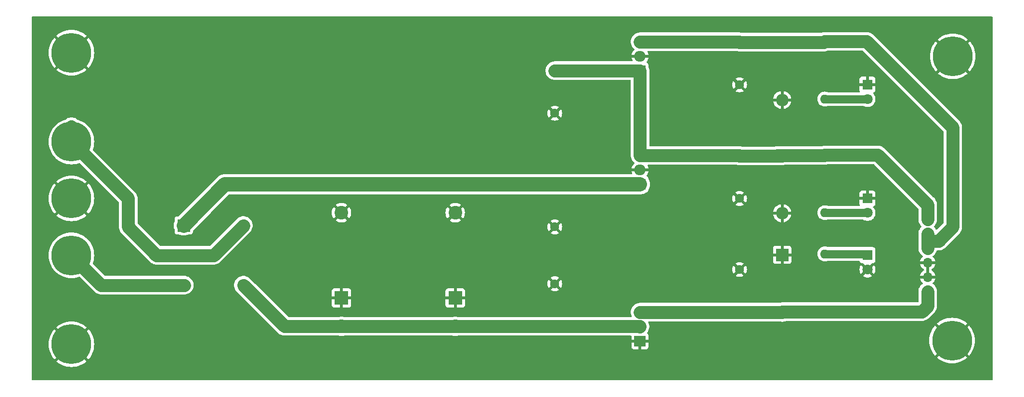
<source format=gbr>
%TF.GenerationSoftware,KiCad,Pcbnew,8.0.6*%
%TF.CreationDate,2024-12-15T12:14:17-05:00*%
%TF.ProjectId,SmallPSU,536d616c-6c50-4535-952e-6b696361645f,1.0*%
%TF.SameCoordinates,Original*%
%TF.FileFunction,Copper,L2,Bot*%
%TF.FilePolarity,Positive*%
%FSLAX46Y46*%
G04 Gerber Fmt 4.6, Leading zero omitted, Abs format (unit mm)*
G04 Created by KiCad (PCBNEW 8.0.6) date 2024-12-15 12:14:17*
%MOMM*%
%LPD*%
G01*
G04 APERTURE LIST*
%TA.AperFunction,ComponentPad*%
%ADD10C,0.800000*%
%TD*%
%TA.AperFunction,ComponentPad*%
%ADD11C,7.000000*%
%TD*%
%TA.AperFunction,ComponentPad*%
%ADD12R,1.800000X1.800000*%
%TD*%
%TA.AperFunction,ComponentPad*%
%ADD13C,1.800000*%
%TD*%
%TA.AperFunction,ComponentPad*%
%ADD14R,2.000000X1.905000*%
%TD*%
%TA.AperFunction,ComponentPad*%
%ADD15O,2.000000X1.905000*%
%TD*%
%TA.AperFunction,ComponentPad*%
%ADD16C,1.600000*%
%TD*%
%TA.AperFunction,ComponentPad*%
%ADD17R,2.400000X2.400000*%
%TD*%
%TA.AperFunction,ComponentPad*%
%ADD18C,2.400000*%
%TD*%
%TA.AperFunction,ComponentPad*%
%ADD19O,1.600000X1.600000*%
%TD*%
%TA.AperFunction,ComponentPad*%
%ADD20O,1.700000X1.700000*%
%TD*%
%TA.AperFunction,ComponentPad*%
%ADD21R,1.700000X1.700000*%
%TD*%
%TA.AperFunction,ComponentPad*%
%ADD22R,2.200000X2.200000*%
%TD*%
%TA.AperFunction,ComponentPad*%
%ADD23O,2.200000X2.200000*%
%TD*%
%TA.AperFunction,ComponentPad*%
%ADD24C,2.200000*%
%TD*%
%TA.AperFunction,Conductor*%
%ADD25C,2.250000*%
%TD*%
%TA.AperFunction,Conductor*%
%ADD26C,1.400000*%
%TD*%
%TA.AperFunction,Conductor*%
%ADD27C,2.540000*%
%TD*%
G04 APERTURE END LIST*
D10*
%TO.P,H7,1,1*%
%TO.N,GND*%
X226750000Y-81000000D03*
X227518845Y-79143845D03*
X227518845Y-82856155D03*
X229375000Y-78375000D03*
D11*
X229375000Y-81000000D03*
D10*
X229375000Y-83625000D03*
X231231155Y-79143845D03*
X231231155Y-82856155D03*
X232000000Y-81000000D03*
%TD*%
%TO.P,H6,1,1*%
%TO.N,GND*%
X226875000Y-31000000D03*
X227643845Y-29143845D03*
X227643845Y-32856155D03*
X229500000Y-28375000D03*
D11*
X229500000Y-31000000D03*
D10*
X229500000Y-33625000D03*
X231356155Y-29143845D03*
X231356155Y-32856155D03*
X232125000Y-31000000D03*
%TD*%
%TO.P,H5,1,1*%
%TO.N,GND*%
X71875000Y-81643845D03*
X72643845Y-79787690D03*
X72643845Y-83500000D03*
X74500000Y-79018845D03*
D11*
X74500000Y-81643845D03*
D10*
X74500000Y-84268845D03*
X76356155Y-79787690D03*
X76356155Y-83500000D03*
X77125000Y-81643845D03*
%TD*%
%TO.P,H4,1,1*%
%TO.N,GND*%
X71875000Y-30356155D03*
X72643845Y-28500000D03*
X72643845Y-32212310D03*
X74500000Y-27731155D03*
D11*
X74500000Y-30356155D03*
D10*
X74500000Y-32981155D03*
X76356155Y-28500000D03*
X76356155Y-32212310D03*
X77125000Y-30356155D03*
%TD*%
D12*
%TO.P,D5,1,K*%
%TO.N,Net-(D5-K)*%
X214500000Y-65960000D03*
D13*
%TO.P,D5,2,A*%
%TO.N,GND*%
X214500000Y-68500000D03*
%TD*%
D14*
%TO.P,U3,1,IN*%
%TO.N,/+12V*%
X174500000Y-33500000D03*
D15*
%TO.P,U3,2,GND*%
%TO.N,GND*%
X174500000Y-30960000D03*
%TO.P,U3,3,OUT*%
%TO.N,/+5V*%
X174500000Y-28420000D03*
%TD*%
D16*
%TO.P,C6,1*%
%TO.N,GND*%
X159500000Y-71000000D03*
%TO.P,C6,2*%
%TO.N,Net-(D1--)*%
X159500000Y-78500000D03*
%TD*%
D17*
%TO.P,C4,1*%
%TO.N,GND*%
X142000000Y-73500000D03*
D18*
%TO.P,C4,2*%
%TO.N,Net-(D1--)*%
X142000000Y-78500000D03*
%TD*%
D17*
%TO.P,C3,1*%
%TO.N,Net-(D1-+)*%
X142000000Y-53500000D03*
D18*
%TO.P,C3,2*%
%TO.N,GND*%
X142000000Y-58500000D03*
%TD*%
D17*
%TO.P,C2,1*%
%TO.N,GND*%
X122000000Y-73500000D03*
D18*
%TO.P,C2,2*%
%TO.N,Net-(D1--)*%
X122000000Y-78500000D03*
%TD*%
D10*
%TO.P,H3,1,1*%
%TO.N,/-14Vac*%
X71875000Y-66000000D03*
X72643845Y-64143845D03*
X72643845Y-67856155D03*
X74500000Y-63375000D03*
D11*
X74500000Y-66000000D03*
D10*
X74500000Y-68625000D03*
X76356155Y-64143845D03*
X76356155Y-67856155D03*
X77125000Y-66000000D03*
%TD*%
%TO.P,H2,1,1*%
%TO.N,GND*%
X71875000Y-56000000D03*
X72643845Y-54143845D03*
X72643845Y-57856155D03*
X74500000Y-53375000D03*
D11*
X74500000Y-56000000D03*
D10*
X74500000Y-58625000D03*
X76356155Y-54143845D03*
X76356155Y-57856155D03*
X77125000Y-56000000D03*
%TD*%
D14*
%TO.P,U2,1,GND*%
%TO.N,GND*%
X174500000Y-81080000D03*
D15*
%TO.P,U2,2,VI*%
%TO.N,Net-(D1--)*%
X174500000Y-78540000D03*
%TO.P,U2,3,VO*%
%TO.N,/-12V*%
X174500000Y-76000000D03*
%TD*%
D14*
%TO.P,U1,1,IN*%
%TO.N,Net-(D1-+)*%
X174500000Y-53500000D03*
D15*
%TO.P,U1,2,GND*%
%TO.N,GND*%
X174500000Y-50960000D03*
%TO.P,U1,3,OUT*%
%TO.N,/+12V*%
X174500000Y-48420000D03*
%TD*%
D16*
%TO.P,R3,1*%
%TO.N,/+5V*%
X207000000Y-28340000D03*
D19*
%TO.P,R3,2*%
%TO.N,Net-(D7-A)*%
X207000000Y-38500000D03*
%TD*%
D16*
%TO.P,R2,1*%
%TO.N,/-12V*%
X207000000Y-75920000D03*
D19*
%TO.P,R2,2*%
%TO.N,Net-(D5-K)*%
X207000000Y-65760000D03*
%TD*%
D16*
%TO.P,R1,1*%
%TO.N,/+12V*%
X207000000Y-48340000D03*
D19*
%TO.P,R1,2*%
%TO.N,Net-(D4-A)*%
X207000000Y-58500000D03*
%TD*%
D20*
%TO.P,J1,8,Pin_8*%
%TO.N,/-12V*%
X225100000Y-74905000D03*
%TO.P,J1,7,Pin_7*%
X225100000Y-72365000D03*
%TO.P,J1,6,Pin_6*%
%TO.N,GND*%
X225100000Y-69825000D03*
%TO.P,J1,5,Pin_5*%
X225100000Y-67285000D03*
%TO.P,J1,4,Pin_4*%
%TO.N,/+5V*%
X225100000Y-64745000D03*
%TO.P,J1,3,Pin_3*%
X225100000Y-62205000D03*
%TO.P,J1,2,Pin_2*%
%TO.N,/+12V*%
X225100000Y-59665000D03*
D21*
%TO.P,J1,1,Pin_1*%
X225100000Y-57125000D03*
%TD*%
D10*
%TO.P,H1,1,1*%
%TO.N,/+14Vac*%
X71875000Y-46000000D03*
X72643845Y-44143845D03*
X72643845Y-47856155D03*
X74500000Y-43375000D03*
D11*
X74500000Y-46000000D03*
D10*
X74500000Y-48625000D03*
X76356155Y-44143845D03*
X76356155Y-47856155D03*
X77125000Y-46000000D03*
%TD*%
D12*
%TO.P,D7,1,K*%
%TO.N,GND*%
X214500000Y-35960000D03*
D13*
%TO.P,D7,2,A*%
%TO.N,Net-(D7-A)*%
X214500000Y-38500000D03*
%TD*%
D22*
%TO.P,D6,1,K*%
%TO.N,/+5V*%
X199500000Y-28500000D03*
D23*
%TO.P,D6,2,A*%
%TO.N,GND*%
X199500000Y-38660000D03*
%TD*%
D12*
%TO.P,D4,1,K*%
%TO.N,GND*%
X214500000Y-56000000D03*
D13*
%TO.P,D4,2,A*%
%TO.N,Net-(D4-A)*%
X214500000Y-58540000D03*
%TD*%
D22*
%TO.P,D3,1,K*%
%TO.N,GND*%
X199500000Y-65920000D03*
D23*
%TO.P,D3,2,A*%
%TO.N,/-12V*%
X199500000Y-76080000D03*
%TD*%
D22*
%TO.P,D2,1,K*%
%TO.N,/+12V*%
X199500000Y-48420000D03*
D23*
%TO.P,D2,2,A*%
%TO.N,GND*%
X199500000Y-58580000D03*
%TD*%
D22*
%TO.P,D1,1,+*%
%TO.N,Net-(D1-+)*%
X94250000Y-60750000D03*
D24*
%TO.P,D1,2*%
%TO.N,/-14Vac*%
X94350000Y-71250000D03*
%TO.P,D1,3,-*%
%TO.N,Net-(D1--)*%
X104750000Y-71250000D03*
%TO.P,D1,4*%
%TO.N,/+14Vac*%
X104750000Y-60750000D03*
%TD*%
D16*
%TO.P,C10,1*%
%TO.N,/+5V*%
X192000000Y-28500000D03*
%TO.P,C10,2*%
%TO.N,GND*%
X192000000Y-36000000D03*
%TD*%
%TO.P,C9,2*%
%TO.N,GND*%
X159500000Y-41000000D03*
%TO.P,C9,1*%
%TO.N,/+12V*%
X159500000Y-33500000D03*
%TD*%
%TO.P,C8,1*%
%TO.N,GND*%
X192000000Y-68500000D03*
%TO.P,C8,2*%
%TO.N,/-12V*%
X192000000Y-76000000D03*
%TD*%
%TO.P,C7,1*%
%TO.N,/+12V*%
X192000000Y-48500000D03*
%TO.P,C7,2*%
%TO.N,GND*%
X192000000Y-56000000D03*
%TD*%
%TO.P,C5,1*%
%TO.N,Net-(D1-+)*%
X159500000Y-53500000D03*
%TO.P,C5,2*%
%TO.N,GND*%
X159500000Y-61000000D03*
%TD*%
D17*
%TO.P,C1,1*%
%TO.N,Net-(D1-+)*%
X122000000Y-53500000D03*
D18*
%TO.P,C1,2*%
%TO.N,GND*%
X122000000Y-58500000D03*
%TD*%
D25*
%TO.N,/+5V*%
X225100000Y-63500000D02*
X227000000Y-63500000D01*
X227000000Y-63500000D02*
X229500000Y-61000000D01*
X214340000Y-28340000D02*
X207000000Y-28340000D01*
X229500000Y-61000000D02*
X229500000Y-43500000D01*
X229500000Y-43500000D02*
X214340000Y-28340000D01*
%TO.N,/+14Vac*%
X74500000Y-46000000D02*
X74500000Y-43375000D01*
X104750000Y-60750000D02*
X99500000Y-66000000D01*
X99500000Y-66000000D02*
X89500000Y-66000000D01*
X89500000Y-66000000D02*
X84500000Y-61000000D01*
X84500000Y-61000000D02*
X84500000Y-56000000D01*
X84500000Y-56000000D02*
X74500000Y-46000000D01*
%TO.N,/-14Vac*%
X74500000Y-66000000D02*
X79750000Y-71250000D01*
X79750000Y-71250000D02*
X94350000Y-71250000D01*
%TO.N,/+5V*%
X225100000Y-63500000D02*
X225100000Y-62205000D01*
X225100000Y-64745000D02*
X225100000Y-63500000D01*
D26*
%TO.N,Net-(D5-K)*%
X207000000Y-65760000D02*
X214300000Y-65760000D01*
X214300000Y-65760000D02*
X214500000Y-65960000D01*
%TO.N,Net-(D4-A)*%
X207000000Y-58500000D02*
X214460000Y-58500000D01*
X214460000Y-58500000D02*
X214500000Y-58540000D01*
%TO.N,Net-(D7-A)*%
X207000000Y-38500000D02*
X214500000Y-38500000D01*
D25*
%TO.N,/+5V*%
X199500000Y-28500000D02*
X206840000Y-28500000D01*
X206840000Y-28500000D02*
X207000000Y-28340000D01*
X192000000Y-28500000D02*
X199500000Y-28500000D01*
X174500000Y-28420000D02*
X191920000Y-28420000D01*
X191920000Y-28420000D02*
X192000000Y-28500000D01*
%TO.N,/+12V*%
X174500000Y-33500000D02*
X174500000Y-48420000D01*
X159500000Y-33500000D02*
X174500000Y-33500000D01*
X225100000Y-59665000D02*
X225100000Y-57125000D01*
X207000000Y-48340000D02*
X216315000Y-48340000D01*
X216315000Y-48340000D02*
X225100000Y-57125000D01*
X199500000Y-48420000D02*
X206920000Y-48420000D01*
X206920000Y-48420000D02*
X207000000Y-48340000D01*
X192000000Y-48500000D02*
X199420000Y-48500000D01*
X199420000Y-48500000D02*
X199500000Y-48420000D01*
X174500000Y-48420000D02*
X191920000Y-48420000D01*
X191920000Y-48420000D02*
X192000000Y-48500000D01*
%TO.N,/-12V*%
X225100000Y-74905000D02*
X225100000Y-72365000D01*
X207000000Y-75920000D02*
X224085000Y-75920000D01*
X224085000Y-75920000D02*
X225100000Y-74905000D01*
X199500000Y-75920000D02*
X207000000Y-75920000D01*
X192000000Y-76000000D02*
X199420000Y-76000000D01*
X199420000Y-76000000D02*
X199500000Y-75920000D01*
X174500000Y-76000000D02*
X192000000Y-76000000D01*
%TO.N,Net-(D1--)*%
X159500000Y-78500000D02*
X174460000Y-78500000D01*
X174460000Y-78500000D02*
X174500000Y-78540000D01*
X142000000Y-78500000D02*
X159500000Y-78500000D01*
X122000000Y-78500000D02*
X142000000Y-78500000D01*
X104750000Y-71250000D02*
X112000000Y-78500000D01*
X112000000Y-78500000D02*
X122000000Y-78500000D01*
D27*
%TO.N,Net-(D1-+)*%
X122000000Y-53500000D02*
X101500000Y-53500000D01*
X101500000Y-53500000D02*
X94250000Y-60750000D01*
X159500000Y-53500000D02*
X174500000Y-53500000D01*
X142000000Y-53500000D02*
X159500000Y-53500000D01*
X122000000Y-53500000D02*
X142000000Y-53500000D01*
%TD*%
%TA.AperFunction,Conductor*%
%TO.N,GND*%
G36*
X225350000Y-69391988D02*
G01*
X225292993Y-69359075D01*
X225165826Y-69325000D01*
X225034174Y-69325000D01*
X224907007Y-69359075D01*
X224850000Y-69391988D01*
X224850000Y-67718012D01*
X224907007Y-67750925D01*
X225034174Y-67785000D01*
X225165826Y-67785000D01*
X225292993Y-67750925D01*
X225350000Y-67718012D01*
X225350000Y-69391988D01*
G37*
%TD.AperFunction*%
%TA.AperFunction,Conductor*%
G36*
X213682373Y-29985185D02*
G01*
X213703015Y-30001819D01*
X227838181Y-44136985D01*
X227871666Y-44198308D01*
X227874500Y-44224666D01*
X227874500Y-60275333D01*
X227854815Y-60342372D01*
X227838181Y-60363014D01*
X226731737Y-61469457D01*
X226670414Y-61502942D01*
X226600722Y-61497958D01*
X226544789Y-61456086D01*
X226533571Y-61438071D01*
X226490252Y-61353053D01*
X226412188Y-61245606D01*
X226339867Y-61146064D01*
X226339863Y-61146059D01*
X226216485Y-61022681D01*
X226183000Y-60961358D01*
X226187984Y-60891666D01*
X226216485Y-60847319D01*
X226218198Y-60845606D01*
X226339862Y-60723942D01*
X226490252Y-60516947D01*
X226606410Y-60288975D01*
X226685474Y-60045639D01*
X226725500Y-59792930D01*
X226725500Y-56997070D01*
X226685474Y-56744361D01*
X226607917Y-56505663D01*
X226606855Y-56501898D01*
X226606410Y-56501024D01*
X226490252Y-56273053D01*
X226487935Y-56269865D01*
X226468827Y-56243563D01*
X226445855Y-56183929D01*
X226444091Y-56167517D01*
X226393797Y-56032671D01*
X226393793Y-56032664D01*
X226307547Y-55917455D01*
X226307544Y-55917452D01*
X226192335Y-55831206D01*
X226192328Y-55831202D01*
X226078338Y-55788687D01*
X226033990Y-55760186D01*
X217373940Y-47100136D01*
X217373935Y-47100132D01*
X217166950Y-46949750D01*
X217166949Y-46949749D01*
X217166947Y-46949748D01*
X217093911Y-46912534D01*
X216938976Y-46833589D01*
X216938973Y-46833588D01*
X216695640Y-46754526D01*
X216569284Y-46734513D01*
X216442930Y-46714500D01*
X207127930Y-46714500D01*
X206872070Y-46714500D01*
X206787833Y-46727842D01*
X206619359Y-46754526D01*
X206515011Y-46788431D01*
X206476693Y-46794500D01*
X199372065Y-46794500D01*
X199223865Y-46817973D01*
X199204467Y-46819500D01*
X198352129Y-46819500D01*
X198352123Y-46819501D01*
X198292516Y-46825908D01*
X198183199Y-46866682D01*
X198139866Y-46874500D01*
X192443307Y-46874500D01*
X192404989Y-46868431D01*
X192300640Y-46834526D01*
X192174284Y-46814513D01*
X192047930Y-46794500D01*
X192047929Y-46794500D01*
X176249500Y-46794500D01*
X176182461Y-46774815D01*
X176136706Y-46722011D01*
X176125500Y-46670500D01*
X176125500Y-38409999D01*
X197914728Y-38409999D01*
X197914729Y-38410000D01*
X199009252Y-38410000D01*
X198987482Y-38447708D01*
X198950000Y-38587591D01*
X198950000Y-38732409D01*
X198987482Y-38872292D01*
X199009252Y-38910000D01*
X197914728Y-38910000D01*
X197914811Y-38911067D01*
X197973603Y-39155956D01*
X198069980Y-39388631D01*
X198201568Y-39603362D01*
X198201571Y-39603367D01*
X198365130Y-39794869D01*
X198556632Y-39958428D01*
X198556637Y-39958431D01*
X198771368Y-40090019D01*
X199004043Y-40186396D01*
X199248932Y-40245188D01*
X199249999Y-40245271D01*
X199250000Y-40245271D01*
X199250000Y-39150747D01*
X199287708Y-39172518D01*
X199427591Y-39210000D01*
X199572409Y-39210000D01*
X199712292Y-39172518D01*
X199750000Y-39150747D01*
X199750000Y-40245271D01*
X199751067Y-40245188D01*
X199995956Y-40186396D01*
X200228631Y-40090019D01*
X200443362Y-39958431D01*
X200443367Y-39958428D01*
X200634869Y-39794869D01*
X200798428Y-39603367D01*
X200798431Y-39603362D01*
X200930019Y-39388631D01*
X201026396Y-39155956D01*
X201085188Y-38911067D01*
X201085272Y-38910000D01*
X199990748Y-38910000D01*
X200012518Y-38872292D01*
X200050000Y-38732409D01*
X200050000Y-38587591D01*
X200026529Y-38499998D01*
X205694532Y-38499998D01*
X205694532Y-38500001D01*
X205714364Y-38726686D01*
X205714366Y-38726697D01*
X205773258Y-38946488D01*
X205773261Y-38946497D01*
X205869431Y-39152732D01*
X205869432Y-39152734D01*
X205999954Y-39339141D01*
X206160858Y-39500045D01*
X206160861Y-39500047D01*
X206347266Y-39630568D01*
X206553504Y-39726739D01*
X206773308Y-39785635D01*
X206935230Y-39799801D01*
X206999998Y-39805468D01*
X207000000Y-39805468D01*
X207000002Y-39805468D01*
X207056673Y-39800509D01*
X207226692Y-39785635D01*
X207446496Y-39726739D01*
X207477850Y-39712117D01*
X207530255Y-39700500D01*
X213744376Y-39700500D01*
X213803392Y-39715444D01*
X213935497Y-39786936D01*
X213989479Y-39805468D01*
X214155015Y-39862297D01*
X214155017Y-39862297D01*
X214155019Y-39862298D01*
X214383951Y-39900500D01*
X214383952Y-39900500D01*
X214616048Y-39900500D01*
X214616049Y-39900500D01*
X214844981Y-39862298D01*
X215064503Y-39786936D01*
X215268626Y-39676470D01*
X215451784Y-39533913D01*
X215608979Y-39363153D01*
X215735924Y-39168849D01*
X215829157Y-38956300D01*
X215886134Y-38731305D01*
X215886516Y-38726697D01*
X215905300Y-38500006D01*
X215905300Y-38499993D01*
X215886135Y-38268702D01*
X215886133Y-38268691D01*
X215829157Y-38043699D01*
X215735924Y-37831151D01*
X215608981Y-37636849D01*
X215513832Y-37533489D01*
X215482910Y-37470835D01*
X215490770Y-37401409D01*
X215534918Y-37347253D01*
X215561730Y-37333325D01*
X215642084Y-37303355D01*
X215642093Y-37303350D01*
X215757187Y-37217190D01*
X215757190Y-37217187D01*
X215843350Y-37102093D01*
X215843354Y-37102086D01*
X215893596Y-36967379D01*
X215893598Y-36967372D01*
X215899999Y-36907844D01*
X215900000Y-36907827D01*
X215900000Y-36210000D01*
X214875278Y-36210000D01*
X214919333Y-36133694D01*
X214950000Y-36019244D01*
X214950000Y-35900756D01*
X214919333Y-35786306D01*
X214875278Y-35710000D01*
X215900000Y-35710000D01*
X215900000Y-35012172D01*
X215899999Y-35012155D01*
X215893598Y-34952627D01*
X215893596Y-34952620D01*
X215843354Y-34817913D01*
X215843350Y-34817906D01*
X215757190Y-34702812D01*
X215757187Y-34702809D01*
X215642093Y-34616649D01*
X215642086Y-34616645D01*
X215507379Y-34566403D01*
X215507372Y-34566401D01*
X215447844Y-34560000D01*
X214750000Y-34560000D01*
X214750000Y-35584722D01*
X214673694Y-35540667D01*
X214559244Y-35510000D01*
X214440756Y-35510000D01*
X214326306Y-35540667D01*
X214250000Y-35584722D01*
X214250000Y-34560000D01*
X213552155Y-34560000D01*
X213492627Y-34566401D01*
X213492620Y-34566403D01*
X213357913Y-34616645D01*
X213357906Y-34616649D01*
X213242812Y-34702809D01*
X213242809Y-34702812D01*
X213156649Y-34817906D01*
X213156645Y-34817913D01*
X213106403Y-34952620D01*
X213106401Y-34952627D01*
X213100000Y-35012155D01*
X213100000Y-35710000D01*
X214124722Y-35710000D01*
X214080667Y-35786306D01*
X214050000Y-35900756D01*
X214050000Y-36019244D01*
X214080667Y-36133694D01*
X214124722Y-36210000D01*
X213100000Y-36210000D01*
X213100000Y-36907844D01*
X213106401Y-36967372D01*
X213106403Y-36967379D01*
X213156645Y-37102086D01*
X213160897Y-37109872D01*
X213159497Y-37110636D01*
X213180390Y-37166657D01*
X213165537Y-37234930D01*
X213116130Y-37284334D01*
X213056706Y-37299500D01*
X207530255Y-37299500D01*
X207477850Y-37287882D01*
X207446497Y-37273261D01*
X207446488Y-37273258D01*
X207226697Y-37214366D01*
X207226693Y-37214365D01*
X207226692Y-37214365D01*
X207226691Y-37214364D01*
X207226686Y-37214364D01*
X207000002Y-37194532D01*
X206999998Y-37194532D01*
X206773313Y-37214364D01*
X206773302Y-37214366D01*
X206553511Y-37273258D01*
X206553502Y-37273261D01*
X206347267Y-37369431D01*
X206347265Y-37369432D01*
X206160858Y-37499954D01*
X205999954Y-37660858D01*
X205869432Y-37847265D01*
X205869431Y-37847267D01*
X205773261Y-38053502D01*
X205773258Y-38053511D01*
X205714366Y-38273302D01*
X205714364Y-38273313D01*
X205694532Y-38499998D01*
X200026529Y-38499998D01*
X200012518Y-38447708D01*
X199990748Y-38410000D01*
X201085271Y-38410000D01*
X201085271Y-38409999D01*
X201085188Y-38408932D01*
X201026396Y-38164043D01*
X200930019Y-37931368D01*
X200798431Y-37716637D01*
X200798428Y-37716632D01*
X200634869Y-37525130D01*
X200443367Y-37361571D01*
X200443362Y-37361568D01*
X200228631Y-37229980D01*
X199995956Y-37133603D01*
X199751064Y-37074811D01*
X199750000Y-37074726D01*
X199750000Y-38169252D01*
X199712292Y-38147482D01*
X199572409Y-38110000D01*
X199427591Y-38110000D01*
X199287708Y-38147482D01*
X199250000Y-38169252D01*
X199250000Y-37074726D01*
X199248935Y-37074811D01*
X199004043Y-37133603D01*
X198771368Y-37229980D01*
X198556637Y-37361568D01*
X198556632Y-37361571D01*
X198365130Y-37525130D01*
X198201571Y-37716632D01*
X198201568Y-37716637D01*
X198069980Y-37931368D01*
X197973603Y-38164043D01*
X197914811Y-38408932D01*
X197914728Y-38409999D01*
X176125500Y-38409999D01*
X176125500Y-35999997D01*
X190695034Y-35999997D01*
X190695034Y-36000002D01*
X190714858Y-36226599D01*
X190714860Y-36226610D01*
X190773730Y-36446317D01*
X190773735Y-36446331D01*
X190869863Y-36652478D01*
X190920974Y-36725472D01*
X191600000Y-36046446D01*
X191600000Y-36052661D01*
X191627259Y-36154394D01*
X191679920Y-36245606D01*
X191754394Y-36320080D01*
X191845606Y-36372741D01*
X191947339Y-36400000D01*
X191953553Y-36400000D01*
X191274526Y-37079025D01*
X191347513Y-37130132D01*
X191347521Y-37130136D01*
X191553668Y-37226264D01*
X191553682Y-37226269D01*
X191773389Y-37285139D01*
X191773400Y-37285141D01*
X191999998Y-37304966D01*
X192000002Y-37304966D01*
X192226599Y-37285141D01*
X192226610Y-37285139D01*
X192446317Y-37226269D01*
X192446331Y-37226264D01*
X192652478Y-37130136D01*
X192725471Y-37079024D01*
X192046447Y-36400000D01*
X192052661Y-36400000D01*
X192154394Y-36372741D01*
X192245606Y-36320080D01*
X192320080Y-36245606D01*
X192372741Y-36154394D01*
X192400000Y-36052661D01*
X192400000Y-36046447D01*
X193079024Y-36725471D01*
X193130136Y-36652478D01*
X193226264Y-36446331D01*
X193226269Y-36446317D01*
X193285139Y-36226610D01*
X193285141Y-36226599D01*
X193304966Y-36000002D01*
X193304966Y-35999997D01*
X193285141Y-35773400D01*
X193285139Y-35773389D01*
X193226269Y-35553682D01*
X193226264Y-35553668D01*
X193130136Y-35347521D01*
X193130132Y-35347513D01*
X193079025Y-35274526D01*
X192400000Y-35953551D01*
X192400000Y-35947339D01*
X192372741Y-35845606D01*
X192320080Y-35754394D01*
X192245606Y-35679920D01*
X192154394Y-35627259D01*
X192052661Y-35600000D01*
X192046448Y-35600000D01*
X192725472Y-34920974D01*
X192652478Y-34869863D01*
X192446331Y-34773735D01*
X192446317Y-34773730D01*
X192226610Y-34714860D01*
X192226599Y-34714858D01*
X192000002Y-34695034D01*
X191999998Y-34695034D01*
X191773400Y-34714858D01*
X191773389Y-34714860D01*
X191553682Y-34773730D01*
X191553673Y-34773734D01*
X191347516Y-34869866D01*
X191347512Y-34869868D01*
X191274526Y-34920973D01*
X191274526Y-34920974D01*
X191953553Y-35600000D01*
X191947339Y-35600000D01*
X191845606Y-35627259D01*
X191754394Y-35679920D01*
X191679920Y-35754394D01*
X191627259Y-35845606D01*
X191600000Y-35947339D01*
X191600000Y-35953552D01*
X190920974Y-35274526D01*
X190920973Y-35274526D01*
X190869868Y-35347512D01*
X190869866Y-35347516D01*
X190773734Y-35553673D01*
X190773730Y-35553682D01*
X190714860Y-35773389D01*
X190714858Y-35773400D01*
X190695034Y-35999997D01*
X176125500Y-35999997D01*
X176125500Y-33372070D01*
X176102199Y-33224958D01*
X176085474Y-33119361D01*
X176006568Y-32876510D01*
X176000499Y-32838192D01*
X176000499Y-32499629D01*
X176000498Y-32499623D01*
X175994091Y-32440016D01*
X175943797Y-32305171D01*
X175943793Y-32305164D01*
X175857547Y-32189955D01*
X175857544Y-32189952D01*
X175742335Y-32103706D01*
X175742326Y-32103701D01*
X175713974Y-32093127D01*
X175658040Y-32051257D01*
X175633622Y-31985792D01*
X175648473Y-31917519D01*
X175656988Y-31904059D01*
X175789788Y-31721276D01*
X175893582Y-31517570D01*
X175964234Y-31300128D01*
X175978509Y-31210000D01*
X174990748Y-31210000D01*
X175012518Y-31172292D01*
X175050000Y-31032409D01*
X175050000Y-30887591D01*
X175012518Y-30747708D01*
X174990748Y-30710000D01*
X175978509Y-30710000D01*
X175964234Y-30619871D01*
X175893582Y-30402429D01*
X175803582Y-30225795D01*
X175790686Y-30157126D01*
X175816962Y-30092385D01*
X175874069Y-30052128D01*
X175914067Y-30045500D01*
X191476693Y-30045500D01*
X191515010Y-30051568D01*
X191619361Y-30085474D01*
X191872070Y-30125500D01*
X191872071Y-30125500D01*
X206967929Y-30125500D01*
X206967930Y-30125500D01*
X207220639Y-30085474D01*
X207463976Y-30006410D01*
X207505968Y-29985013D01*
X207517742Y-29979015D01*
X207574037Y-29965500D01*
X213615334Y-29965500D01*
X213682373Y-29985185D01*
G37*
%TD.AperFunction*%
%TA.AperFunction,Conductor*%
G36*
X236442539Y-24020185D02*
G01*
X236488294Y-24072989D01*
X236499500Y-24124500D01*
X236499500Y-87875500D01*
X236479815Y-87942539D01*
X236427011Y-87988294D01*
X236375500Y-87999500D01*
X67624500Y-87999500D01*
X67557461Y-87979815D01*
X67511706Y-87927011D01*
X67500500Y-87875500D01*
X67500500Y-81643845D01*
X70495176Y-81643845D01*
X70514461Y-82036395D01*
X70572129Y-82425153D01*
X70667625Y-82806394D01*
X70800016Y-83176404D01*
X70800023Y-83176420D01*
X70968062Y-83531709D01*
X71170109Y-83868803D01*
X71404228Y-84184477D01*
X71500068Y-84290221D01*
X71500069Y-84290221D01*
X73098381Y-82691909D01*
X73181457Y-82800176D01*
X73343669Y-82962388D01*
X73451934Y-83045462D01*
X71853622Y-84643774D01*
X71853622Y-84643775D01*
X71959367Y-84739616D01*
X72275041Y-84973735D01*
X72612135Y-85175782D01*
X72967424Y-85343821D01*
X72967440Y-85343828D01*
X73337450Y-85476219D01*
X73718691Y-85571715D01*
X74107449Y-85629383D01*
X74500000Y-85648668D01*
X74892550Y-85629383D01*
X75281308Y-85571715D01*
X75662549Y-85476219D01*
X76032559Y-85343828D01*
X76032575Y-85343821D01*
X76387864Y-85175782D01*
X76724958Y-84973735D01*
X77040632Y-84739615D01*
X77146376Y-84643774D01*
X75548065Y-83045463D01*
X75656331Y-82962388D01*
X75818543Y-82800176D01*
X75901618Y-82691910D01*
X77499929Y-84290221D01*
X77595770Y-84184477D01*
X77829890Y-83868803D01*
X78031937Y-83531709D01*
X78199976Y-83176420D01*
X78199983Y-83176404D01*
X78332374Y-82806394D01*
X78427870Y-82425153D01*
X78485538Y-82036395D01*
X78504823Y-81643845D01*
X78485538Y-81251294D01*
X78427870Y-80862536D01*
X78332374Y-80481295D01*
X78199983Y-80111285D01*
X78199976Y-80111269D01*
X78031937Y-79755980D01*
X77829890Y-79418886D01*
X77595771Y-79103212D01*
X77499930Y-78997467D01*
X77499929Y-78997467D01*
X75901617Y-80595779D01*
X75818543Y-80487514D01*
X75656331Y-80325302D01*
X75548065Y-80242226D01*
X77146376Y-78643914D01*
X77146376Y-78643913D01*
X77040632Y-78548073D01*
X76724958Y-78313954D01*
X76387864Y-78111907D01*
X76032575Y-77943868D01*
X76032559Y-77943861D01*
X75662549Y-77811470D01*
X75281308Y-77715974D01*
X74892550Y-77658306D01*
X74500000Y-77639021D01*
X74107449Y-77658306D01*
X73718691Y-77715974D01*
X73337450Y-77811470D01*
X72967440Y-77943861D01*
X72967424Y-77943868D01*
X72612135Y-78111907D01*
X72275041Y-78313954D01*
X71959368Y-78548073D01*
X71853622Y-78643914D01*
X73451934Y-80242226D01*
X73343669Y-80325302D01*
X73181457Y-80487514D01*
X73098381Y-80595779D01*
X71500069Y-78997467D01*
X71404228Y-79103213D01*
X71170109Y-79418886D01*
X70968062Y-79755980D01*
X70800023Y-80111269D01*
X70800016Y-80111285D01*
X70667625Y-80481295D01*
X70572129Y-80862536D01*
X70514461Y-81251294D01*
X70495176Y-81643845D01*
X67500500Y-81643845D01*
X67500500Y-66000000D01*
X70494675Y-66000000D01*
X70513962Y-66392591D01*
X70513962Y-66392597D01*
X70513963Y-66392599D01*
X70571637Y-66781406D01*
X70667143Y-67162684D01*
X70799561Y-67532770D01*
X70799562Y-67532772D01*
X70967620Y-67888100D01*
X71122467Y-68146446D01*
X71169694Y-68225239D01*
X71373474Y-68500005D01*
X71403846Y-68540956D01*
X71667807Y-68832192D01*
X71959043Y-69096153D01*
X71959049Y-69096158D01*
X72274761Y-69330306D01*
X72274763Y-69330307D01*
X72611899Y-69532379D01*
X72611902Y-69532380D01*
X72611903Y-69532381D01*
X72967228Y-69700438D01*
X73337316Y-69832857D01*
X73718600Y-69928364D01*
X74107409Y-69986038D01*
X74500000Y-70005325D01*
X74892591Y-69986038D01*
X75281400Y-69928364D01*
X75662684Y-69832857D01*
X75862259Y-69761447D01*
X75932011Y-69757396D01*
X75991714Y-69790518D01*
X78691059Y-72489863D01*
X78691064Y-72489867D01*
X78871607Y-72621038D01*
X78898053Y-72640252D01*
X79047078Y-72716185D01*
X79126023Y-72756410D01*
X79126029Y-72756412D01*
X79348398Y-72828663D01*
X79358486Y-72831940D01*
X79369361Y-72835474D01*
X79622070Y-72875500D01*
X79622071Y-72875500D01*
X94477929Y-72875500D01*
X94477930Y-72875500D01*
X94730639Y-72835474D01*
X94973975Y-72756410D01*
X95201947Y-72640252D01*
X95408942Y-72489862D01*
X95589862Y-72308942D01*
X95740252Y-72101947D01*
X95856410Y-71873975D01*
X95935474Y-71630639D01*
X95975500Y-71377930D01*
X95975500Y-71122070D01*
X95935474Y-70869361D01*
X95879173Y-70696082D01*
X95856411Y-70626027D01*
X95856410Y-70626024D01*
X95793510Y-70502578D01*
X95740252Y-70398053D01*
X95687176Y-70325000D01*
X95589867Y-70191064D01*
X95589863Y-70191059D01*
X95408940Y-70010136D01*
X95408935Y-70010132D01*
X95201950Y-69859750D01*
X95201949Y-69859749D01*
X95201947Y-69859748D01*
X95094432Y-69804966D01*
X94973975Y-69743589D01*
X94973972Y-69743588D01*
X94730640Y-69664526D01*
X94525326Y-69632007D01*
X94477930Y-69624500D01*
X94477929Y-69624500D01*
X80474666Y-69624500D01*
X80407627Y-69604815D01*
X80386985Y-69588181D01*
X79298801Y-68499997D01*
X190695034Y-68499997D01*
X190695034Y-68500002D01*
X190714858Y-68726599D01*
X190714860Y-68726610D01*
X190773730Y-68946317D01*
X190773735Y-68946331D01*
X190869863Y-69152478D01*
X190920974Y-69225472D01*
X191600000Y-68546446D01*
X191600000Y-68552661D01*
X191627259Y-68654394D01*
X191679920Y-68745606D01*
X191754394Y-68820080D01*
X191845606Y-68872741D01*
X191947339Y-68900000D01*
X191953553Y-68900000D01*
X191274526Y-69579025D01*
X191347513Y-69630132D01*
X191347521Y-69630136D01*
X191553668Y-69726264D01*
X191553682Y-69726269D01*
X191773389Y-69785139D01*
X191773400Y-69785141D01*
X191999998Y-69804966D01*
X192000002Y-69804966D01*
X192226599Y-69785141D01*
X192226610Y-69785139D01*
X192446317Y-69726269D01*
X192446331Y-69726264D01*
X192652478Y-69630136D01*
X192725471Y-69579024D01*
X192046447Y-68900000D01*
X192052661Y-68900000D01*
X192154394Y-68872741D01*
X192245606Y-68820080D01*
X192320080Y-68745606D01*
X192372741Y-68654394D01*
X192400000Y-68552661D01*
X192400000Y-68546447D01*
X193079024Y-69225471D01*
X193130136Y-69152478D01*
X193226264Y-68946331D01*
X193226269Y-68946317D01*
X193285139Y-68726610D01*
X193285141Y-68726599D01*
X193304966Y-68500002D01*
X193304966Y-68499997D01*
X193285141Y-68273400D01*
X193285139Y-68273389D01*
X193226269Y-68053682D01*
X193226264Y-68053668D01*
X193130136Y-67847521D01*
X193130132Y-67847513D01*
X193079025Y-67774526D01*
X192400000Y-68453551D01*
X192400000Y-68447339D01*
X192372741Y-68345606D01*
X192320080Y-68254394D01*
X192245606Y-68179920D01*
X192154394Y-68127259D01*
X192052661Y-68100000D01*
X192046448Y-68100000D01*
X192725472Y-67420974D01*
X192652478Y-67369863D01*
X192446331Y-67273735D01*
X192446317Y-67273730D01*
X192226610Y-67214860D01*
X192226599Y-67214858D01*
X192000002Y-67195034D01*
X191999998Y-67195034D01*
X191773400Y-67214858D01*
X191773389Y-67214860D01*
X191553682Y-67273730D01*
X191553673Y-67273734D01*
X191347516Y-67369866D01*
X191347512Y-67369868D01*
X191274526Y-67420973D01*
X191274526Y-67420974D01*
X191953553Y-68100000D01*
X191947339Y-68100000D01*
X191845606Y-68127259D01*
X191754394Y-68179920D01*
X191679920Y-68254394D01*
X191627259Y-68345606D01*
X191600000Y-68447339D01*
X191600000Y-68453552D01*
X190920974Y-67774526D01*
X190920973Y-67774526D01*
X190869868Y-67847512D01*
X190869866Y-67847516D01*
X190773734Y-68053673D01*
X190773730Y-68053682D01*
X190714860Y-68273389D01*
X190714858Y-68273400D01*
X190695034Y-68499997D01*
X79298801Y-68499997D01*
X78290518Y-67491714D01*
X78257033Y-67430391D01*
X78261447Y-67362259D01*
X78332857Y-67162684D01*
X78428364Y-66781400D01*
X78486038Y-66392591D01*
X78505325Y-66000000D01*
X78486038Y-65607409D01*
X78428364Y-65218600D01*
X78332857Y-64837316D01*
X78200438Y-64467228D01*
X78032381Y-64111903D01*
X77830306Y-63774761D01*
X77596158Y-63459049D01*
X77517325Y-63372070D01*
X77332192Y-63167807D01*
X77040956Y-62903846D01*
X76725236Y-62669692D01*
X76388100Y-62467620D01*
X76032772Y-62299562D01*
X76032770Y-62299561D01*
X75662684Y-62167143D01*
X75281406Y-62071637D01*
X75281401Y-62071636D01*
X75281400Y-62071636D01*
X75137256Y-62050254D01*
X74892599Y-62013963D01*
X74892597Y-62013962D01*
X74892591Y-62013962D01*
X74500000Y-61994675D01*
X74107409Y-62013962D01*
X74107403Y-62013962D01*
X74107400Y-62013963D01*
X73718593Y-62071637D01*
X73337315Y-62167143D01*
X72967229Y-62299561D01*
X72967227Y-62299562D01*
X72611899Y-62467620D01*
X72274763Y-62669692D01*
X71959043Y-62903846D01*
X71667807Y-63167807D01*
X71403846Y-63459043D01*
X71169692Y-63774763D01*
X70967620Y-64111899D01*
X70799562Y-64467227D01*
X70799561Y-64467229D01*
X70667143Y-64837315D01*
X70571637Y-65218593D01*
X70517688Y-65582292D01*
X70513962Y-65607409D01*
X70494675Y-66000000D01*
X67500500Y-66000000D01*
X67500500Y-56000000D01*
X70495176Y-56000000D01*
X70514461Y-56392550D01*
X70572129Y-56781308D01*
X70667625Y-57162549D01*
X70800016Y-57532559D01*
X70800023Y-57532575D01*
X70968062Y-57887864D01*
X71170109Y-58224958D01*
X71404228Y-58540632D01*
X71500068Y-58646376D01*
X71500069Y-58646376D01*
X73098381Y-57048064D01*
X73181457Y-57156331D01*
X73343669Y-57318543D01*
X73451934Y-57401617D01*
X71853622Y-58999929D01*
X71853622Y-58999930D01*
X71959367Y-59095771D01*
X72275041Y-59329890D01*
X72612135Y-59531937D01*
X72967424Y-59699976D01*
X72967440Y-59699983D01*
X73337450Y-59832374D01*
X73718691Y-59927870D01*
X74107449Y-59985538D01*
X74500000Y-60004823D01*
X74892550Y-59985538D01*
X75281308Y-59927870D01*
X75662549Y-59832374D01*
X76032559Y-59699983D01*
X76032575Y-59699976D01*
X76387864Y-59531937D01*
X76724958Y-59329890D01*
X77040632Y-59095770D01*
X77146376Y-58999929D01*
X75548065Y-57401618D01*
X75656331Y-57318543D01*
X75818543Y-57156331D01*
X75901618Y-57048065D01*
X77499929Y-58646376D01*
X77595770Y-58540632D01*
X77829890Y-58224958D01*
X78031937Y-57887864D01*
X78199976Y-57532575D01*
X78199983Y-57532559D01*
X78332374Y-57162549D01*
X78427870Y-56781308D01*
X78485538Y-56392550D01*
X78504823Y-56000000D01*
X78485538Y-55607449D01*
X78427870Y-55218691D01*
X78332374Y-54837450D01*
X78199983Y-54467440D01*
X78199976Y-54467424D01*
X78031937Y-54112135D01*
X77829890Y-53775041D01*
X77595771Y-53459367D01*
X77499930Y-53353622D01*
X77499929Y-53353622D01*
X75901617Y-54951934D01*
X75818543Y-54843669D01*
X75656331Y-54681457D01*
X75548065Y-54598381D01*
X77146376Y-53000069D01*
X77146376Y-53000068D01*
X77040632Y-52904228D01*
X76724958Y-52670109D01*
X76387864Y-52468062D01*
X76032575Y-52300023D01*
X76032559Y-52300016D01*
X75662549Y-52167625D01*
X75281308Y-52072129D01*
X74892550Y-52014461D01*
X74500000Y-51995176D01*
X74107449Y-52014461D01*
X73718691Y-52072129D01*
X73337450Y-52167625D01*
X72967440Y-52300016D01*
X72967424Y-52300023D01*
X72612135Y-52468062D01*
X72275041Y-52670109D01*
X71959368Y-52904228D01*
X71853622Y-53000069D01*
X73451934Y-54598381D01*
X73343669Y-54681457D01*
X73181457Y-54843669D01*
X73098381Y-54951934D01*
X71500069Y-53353622D01*
X71404228Y-53459368D01*
X71170109Y-53775041D01*
X70968062Y-54112135D01*
X70800023Y-54467424D01*
X70800016Y-54467440D01*
X70667625Y-54837450D01*
X70572129Y-55218691D01*
X70514461Y-55607449D01*
X70495176Y-56000000D01*
X67500500Y-56000000D01*
X67500500Y-46000000D01*
X70494675Y-46000000D01*
X70513962Y-46392591D01*
X70513962Y-46392597D01*
X70513963Y-46392599D01*
X70571637Y-46781406D01*
X70667143Y-47162684D01*
X70799561Y-47532770D01*
X70799562Y-47532772D01*
X70967620Y-47888100D01*
X71169692Y-48225236D01*
X71403846Y-48540956D01*
X71667807Y-48832192D01*
X71959043Y-49096153D01*
X71959049Y-49096158D01*
X72274761Y-49330306D01*
X72274763Y-49330307D01*
X72611899Y-49532379D01*
X72611902Y-49532380D01*
X72611903Y-49532381D01*
X72967228Y-49700438D01*
X73337316Y-49832857D01*
X73718600Y-49928364D01*
X74107409Y-49986038D01*
X74500000Y-50005325D01*
X74892591Y-49986038D01*
X75281400Y-49928364D01*
X75662684Y-49832857D01*
X75862259Y-49761447D01*
X75932009Y-49757396D01*
X75991713Y-49790518D01*
X82838181Y-56636985D01*
X82871666Y-56698308D01*
X82874500Y-56724666D01*
X82874500Y-60872070D01*
X82874500Y-61127930D01*
X82877372Y-61146064D01*
X82914526Y-61380640D01*
X82993588Y-61623973D01*
X82993589Y-61623976D01*
X83109750Y-61851950D01*
X83260132Y-62058935D01*
X83260136Y-62058940D01*
X88441059Y-67239863D01*
X88441064Y-67239867D01*
X88598279Y-67354089D01*
X88648053Y-67390252D01*
X88726830Y-67430391D01*
X88876023Y-67506410D01*
X88876026Y-67506411D01*
X88957159Y-67532772D01*
X89119361Y-67585474D01*
X89372070Y-67625500D01*
X89372071Y-67625500D01*
X99627929Y-67625500D01*
X99627930Y-67625500D01*
X99880639Y-67585474D01*
X100123976Y-67506410D01*
X100351947Y-67390252D01*
X100558942Y-67239862D01*
X103026649Y-64772155D01*
X197900000Y-64772155D01*
X197900000Y-65670000D01*
X199009252Y-65670000D01*
X198987482Y-65707708D01*
X198950000Y-65847591D01*
X198950000Y-65992409D01*
X198987482Y-66132292D01*
X199009252Y-66170000D01*
X197900000Y-66170000D01*
X197900000Y-67067844D01*
X197906401Y-67127372D01*
X197906403Y-67127379D01*
X197956645Y-67262086D01*
X197956649Y-67262093D01*
X198042809Y-67377187D01*
X198042812Y-67377190D01*
X198157906Y-67463350D01*
X198157913Y-67463354D01*
X198292620Y-67513596D01*
X198292627Y-67513598D01*
X198352155Y-67519999D01*
X198352172Y-67520000D01*
X199250000Y-67520000D01*
X199250000Y-66410747D01*
X199287708Y-66432518D01*
X199427591Y-66470000D01*
X199572409Y-66470000D01*
X199712292Y-66432518D01*
X199750000Y-66410747D01*
X199750000Y-67520000D01*
X200647828Y-67520000D01*
X200647844Y-67519999D01*
X200707372Y-67513598D01*
X200707379Y-67513596D01*
X200842086Y-67463354D01*
X200842093Y-67463350D01*
X200957187Y-67377190D01*
X200957190Y-67377187D01*
X201043350Y-67262093D01*
X201043354Y-67262086D01*
X201093596Y-67127379D01*
X201093598Y-67127372D01*
X201099999Y-67067844D01*
X201100000Y-67067827D01*
X201100000Y-66170000D01*
X199990748Y-66170000D01*
X200012518Y-66132292D01*
X200050000Y-65992409D01*
X200050000Y-65847591D01*
X200026529Y-65759998D01*
X205694532Y-65759998D01*
X205694532Y-65760001D01*
X205714364Y-65986686D01*
X205714366Y-65986697D01*
X205773258Y-66206488D01*
X205773261Y-66206497D01*
X205869431Y-66412732D01*
X205869432Y-66412734D01*
X205999954Y-66599141D01*
X206160858Y-66760045D01*
X206191365Y-66781406D01*
X206347266Y-66890568D01*
X206553504Y-66986739D01*
X206773308Y-67045635D01*
X206935230Y-67059801D01*
X206999998Y-67065468D01*
X207000000Y-67065468D01*
X207000002Y-67065468D01*
X207056673Y-67060509D01*
X207226692Y-67045635D01*
X207446496Y-66986739D01*
X207477850Y-66972117D01*
X207530255Y-66960500D01*
X213017209Y-66960500D01*
X213084248Y-66980185D01*
X213130003Y-67032989D01*
X213133391Y-67041167D01*
X213156202Y-67102328D01*
X213156206Y-67102335D01*
X213242452Y-67217544D01*
X213242455Y-67217547D01*
X213357664Y-67303793D01*
X213357671Y-67303797D01*
X213402618Y-67320561D01*
X213492517Y-67354091D01*
X213552127Y-67360500D01*
X213662693Y-67360499D01*
X213729730Y-67380183D01*
X213750372Y-67396818D01*
X214411415Y-68057861D01*
X214326306Y-68080667D01*
X214223694Y-68139910D01*
X214139910Y-68223694D01*
X214080667Y-68326306D01*
X214057861Y-68411415D01*
X213348811Y-67702365D01*
X213264516Y-67831390D01*
X213171317Y-68043864D01*
X213114361Y-68268781D01*
X213095202Y-68499994D01*
X213095202Y-68500005D01*
X213114361Y-68731218D01*
X213171317Y-68956135D01*
X213264515Y-69168606D01*
X213348812Y-69297633D01*
X214057861Y-68588584D01*
X214080667Y-68673694D01*
X214139910Y-68776306D01*
X214223694Y-68860090D01*
X214326306Y-68919333D01*
X214411414Y-68942138D01*
X213701201Y-69652351D01*
X213731649Y-69676050D01*
X213935697Y-69786476D01*
X213935706Y-69786479D01*
X214155139Y-69861811D01*
X214383993Y-69900000D01*
X214616007Y-69900000D01*
X214844860Y-69861811D01*
X215064293Y-69786479D01*
X215064301Y-69786476D01*
X215268355Y-69676047D01*
X215298797Y-69652351D01*
X215298798Y-69652350D01*
X214588585Y-68942137D01*
X214673694Y-68919333D01*
X214776306Y-68860090D01*
X214860090Y-68776306D01*
X214919333Y-68673694D01*
X214942138Y-68588585D01*
X215651186Y-69297633D01*
X215735482Y-69168611D01*
X215828682Y-68956135D01*
X215885638Y-68731218D01*
X215904798Y-68500005D01*
X215904798Y-68499994D01*
X215885638Y-68268781D01*
X215828682Y-68043864D01*
X215735484Y-67831393D01*
X215651186Y-67702365D01*
X214942137Y-68411414D01*
X214919333Y-68326306D01*
X214860090Y-68223694D01*
X214776306Y-68139910D01*
X214673694Y-68080667D01*
X214588584Y-68057861D01*
X215249627Y-67396818D01*
X215310950Y-67363333D01*
X215337307Y-67360499D01*
X215447872Y-67360499D01*
X215507483Y-67354091D01*
X215642331Y-67303796D01*
X215757546Y-67217546D01*
X215843796Y-67102331D01*
X215894091Y-66967483D01*
X215900500Y-66907873D01*
X215900499Y-65012128D01*
X215894091Y-64952517D01*
X215851123Y-64837315D01*
X215843797Y-64817671D01*
X215843793Y-64817664D01*
X215757547Y-64702455D01*
X215757544Y-64702452D01*
X215642335Y-64616206D01*
X215642328Y-64616202D01*
X215507482Y-64565908D01*
X215507483Y-64565908D01*
X215447883Y-64559501D01*
X215447881Y-64559500D01*
X215447873Y-64559500D01*
X215447865Y-64559500D01*
X207530255Y-64559500D01*
X207477850Y-64547882D01*
X207446497Y-64533261D01*
X207446488Y-64533258D01*
X207226697Y-64474366D01*
X207226693Y-64474365D01*
X207226692Y-64474365D01*
X207226691Y-64474364D01*
X207226686Y-64474364D01*
X207000002Y-64454532D01*
X206999998Y-64454532D01*
X206773313Y-64474364D01*
X206773302Y-64474366D01*
X206553511Y-64533258D01*
X206553502Y-64533261D01*
X206347267Y-64629431D01*
X206347265Y-64629432D01*
X206160858Y-64759954D01*
X205999954Y-64920858D01*
X205869432Y-65107265D01*
X205869431Y-65107267D01*
X205773261Y-65313502D01*
X205773258Y-65313511D01*
X205714366Y-65533302D01*
X205714364Y-65533313D01*
X205694532Y-65759998D01*
X200026529Y-65759998D01*
X200012518Y-65707708D01*
X199990748Y-65670000D01*
X201100000Y-65670000D01*
X201100000Y-64772172D01*
X201099999Y-64772155D01*
X201093598Y-64712627D01*
X201093596Y-64712620D01*
X201043354Y-64577913D01*
X201043350Y-64577906D01*
X200957190Y-64462812D01*
X200957187Y-64462809D01*
X200842093Y-64376649D01*
X200842086Y-64376645D01*
X200707379Y-64326403D01*
X200707372Y-64326401D01*
X200647844Y-64320000D01*
X199750000Y-64320000D01*
X199750000Y-65429252D01*
X199712292Y-65407482D01*
X199572409Y-65370000D01*
X199427591Y-65370000D01*
X199287708Y-65407482D01*
X199250000Y-65429252D01*
X199250000Y-64320000D01*
X198352155Y-64320000D01*
X198292627Y-64326401D01*
X198292620Y-64326403D01*
X198157913Y-64376645D01*
X198157906Y-64376649D01*
X198042812Y-64462809D01*
X198042809Y-64462812D01*
X197956649Y-64577906D01*
X197956645Y-64577913D01*
X197906403Y-64712620D01*
X197906401Y-64712627D01*
X197900000Y-64772155D01*
X103026649Y-64772155D01*
X105989862Y-61808942D01*
X106140252Y-61601947D01*
X106256410Y-61373976D01*
X106335474Y-61130639D01*
X106356166Y-60999997D01*
X158195034Y-60999997D01*
X158195034Y-61000002D01*
X158214858Y-61226599D01*
X158214860Y-61226610D01*
X158273730Y-61446317D01*
X158273735Y-61446331D01*
X158369863Y-61652478D01*
X158420974Y-61725472D01*
X159100000Y-61046446D01*
X159100000Y-61052661D01*
X159127259Y-61154394D01*
X159179920Y-61245606D01*
X159254394Y-61320080D01*
X159345606Y-61372741D01*
X159447339Y-61400000D01*
X159453553Y-61400000D01*
X158774526Y-62079025D01*
X158847513Y-62130132D01*
X158847521Y-62130136D01*
X159053668Y-62226264D01*
X159053682Y-62226269D01*
X159273389Y-62285139D01*
X159273400Y-62285141D01*
X159499998Y-62304966D01*
X159500002Y-62304966D01*
X159726599Y-62285141D01*
X159726610Y-62285139D01*
X159946317Y-62226269D01*
X159946331Y-62226264D01*
X160152478Y-62130136D01*
X160225471Y-62079024D01*
X159546447Y-61400000D01*
X159552661Y-61400000D01*
X159654394Y-61372741D01*
X159745606Y-61320080D01*
X159820080Y-61245606D01*
X159872741Y-61154394D01*
X159900000Y-61052661D01*
X159900000Y-61046447D01*
X160579024Y-61725471D01*
X160630136Y-61652478D01*
X160726264Y-61446331D01*
X160726269Y-61446317D01*
X160785139Y-61226610D01*
X160785141Y-61226599D01*
X160804966Y-61000002D01*
X160804966Y-60999997D01*
X160785141Y-60773400D01*
X160785139Y-60773389D01*
X160726269Y-60553682D01*
X160726264Y-60553668D01*
X160630136Y-60347521D01*
X160630132Y-60347513D01*
X160579025Y-60274526D01*
X159900000Y-60953551D01*
X159900000Y-60947339D01*
X159872741Y-60845606D01*
X159820080Y-60754394D01*
X159745606Y-60679920D01*
X159654394Y-60627259D01*
X159552661Y-60600000D01*
X159546448Y-60600000D01*
X160225472Y-59920974D01*
X160152478Y-59869863D01*
X159946331Y-59773735D01*
X159946317Y-59773730D01*
X159726610Y-59714860D01*
X159726599Y-59714858D01*
X159500002Y-59695034D01*
X159499998Y-59695034D01*
X159273400Y-59714858D01*
X159273389Y-59714860D01*
X159053682Y-59773730D01*
X159053673Y-59773734D01*
X158847516Y-59869866D01*
X158847512Y-59869868D01*
X158774526Y-59920973D01*
X158774526Y-59920974D01*
X159453553Y-60600000D01*
X159447339Y-60600000D01*
X159345606Y-60627259D01*
X159254394Y-60679920D01*
X159179920Y-60754394D01*
X159127259Y-60845606D01*
X159100000Y-60947339D01*
X159100000Y-60953552D01*
X158420974Y-60274526D01*
X158420973Y-60274526D01*
X158369868Y-60347512D01*
X158369866Y-60347516D01*
X158273734Y-60553673D01*
X158273730Y-60553682D01*
X158214860Y-60773389D01*
X158214858Y-60773400D01*
X158195034Y-60999997D01*
X106356166Y-60999997D01*
X106375500Y-60877930D01*
X106375500Y-60622070D01*
X106335474Y-60369361D01*
X106280446Y-60199999D01*
X106256411Y-60126026D01*
X106256410Y-60126023D01*
X106215451Y-60045639D01*
X106140252Y-59898053D01*
X106088582Y-59826935D01*
X105989867Y-59691064D01*
X105989863Y-59691059D01*
X105808940Y-59510136D01*
X105808935Y-59510132D01*
X105601950Y-59359750D01*
X105601949Y-59359749D01*
X105601947Y-59359748D01*
X105501625Y-59308631D01*
X105373976Y-59243589D01*
X105373973Y-59243588D01*
X105130640Y-59164526D01*
X105004284Y-59144513D01*
X104877930Y-59124500D01*
X104622070Y-59124500D01*
X104537833Y-59137842D01*
X104369359Y-59164526D01*
X104126026Y-59243588D01*
X104126023Y-59243589D01*
X103898049Y-59359750D01*
X103691064Y-59510132D01*
X103691059Y-59510136D01*
X98863015Y-64338181D01*
X98801692Y-64371666D01*
X98775334Y-64374500D01*
X90224666Y-64374500D01*
X90157627Y-64354815D01*
X90136985Y-64338181D01*
X86432751Y-60633947D01*
X92479499Y-60633947D01*
X92479499Y-60866052D01*
X92509792Y-61096145D01*
X92509793Y-61096149D01*
X92544750Y-61226610D01*
X92569863Y-61320330D01*
X92640061Y-61489804D01*
X92649500Y-61537256D01*
X92649500Y-61897869D01*
X92649501Y-61897876D01*
X92655908Y-61957483D01*
X92706202Y-62092328D01*
X92706206Y-62092335D01*
X92792452Y-62207544D01*
X92792455Y-62207547D01*
X92907664Y-62293793D01*
X92907671Y-62293797D01*
X92923128Y-62299562D01*
X93042517Y-62344091D01*
X93102127Y-62350500D01*
X93462743Y-62350499D01*
X93510196Y-62359938D01*
X93554998Y-62378495D01*
X93679670Y-62430137D01*
X93903851Y-62490207D01*
X94133955Y-62520501D01*
X94133962Y-62520501D01*
X94366038Y-62520501D01*
X94366045Y-62520501D01*
X94596149Y-62490207D01*
X94820330Y-62430137D01*
X94989803Y-62359937D01*
X95037256Y-62350499D01*
X95397871Y-62350499D01*
X95397872Y-62350499D01*
X95457483Y-62344091D01*
X95592331Y-62293796D01*
X95707546Y-62207546D01*
X95793796Y-62092331D01*
X95844091Y-61957483D01*
X95850500Y-61897873D01*
X95850499Y-61704726D01*
X95870183Y-61637687D01*
X95886813Y-61617050D01*
X99003869Y-58499995D01*
X120295233Y-58499995D01*
X120295233Y-58500004D01*
X120314273Y-58754079D01*
X120370968Y-59002477D01*
X120370973Y-59002494D01*
X120464058Y-59239671D01*
X120464057Y-59239671D01*
X120591454Y-59460327D01*
X120591461Y-59460338D01*
X120633452Y-59512991D01*
X120633453Y-59512992D01*
X121435387Y-58711058D01*
X121440889Y-58731591D01*
X121519881Y-58868408D01*
X121631592Y-58980119D01*
X121768409Y-59059111D01*
X121788940Y-59064612D01*
X120986813Y-59866738D01*
X121147616Y-59976371D01*
X121147624Y-59976376D01*
X121377176Y-60086921D01*
X121377174Y-60086921D01*
X121620652Y-60162024D01*
X121620658Y-60162026D01*
X121872595Y-60199999D01*
X121872604Y-60200000D01*
X122127396Y-60200000D01*
X122127404Y-60199999D01*
X122379341Y-60162026D01*
X122379347Y-60162024D01*
X122622824Y-60086921D01*
X122852376Y-59976376D01*
X122852377Y-59976375D01*
X123013185Y-59866738D01*
X122211060Y-59064612D01*
X122231591Y-59059111D01*
X122368408Y-58980119D01*
X122480119Y-58868408D01*
X122559111Y-58731591D01*
X122564612Y-58711059D01*
X123366544Y-59512992D01*
X123366546Y-59512991D01*
X123408544Y-59460330D01*
X123535941Y-59239671D01*
X123629026Y-59002494D01*
X123629031Y-59002477D01*
X123685726Y-58754079D01*
X123704767Y-58500004D01*
X123704767Y-58499995D01*
X140295233Y-58499995D01*
X140295233Y-58500004D01*
X140314273Y-58754079D01*
X140370968Y-59002477D01*
X140370973Y-59002494D01*
X140464058Y-59239671D01*
X140464057Y-59239671D01*
X140591454Y-59460327D01*
X140591461Y-59460338D01*
X140633452Y-59512991D01*
X140633453Y-59512992D01*
X141435387Y-58711058D01*
X141440889Y-58731591D01*
X141519881Y-58868408D01*
X141631592Y-58980119D01*
X141768409Y-59059111D01*
X141788940Y-59064612D01*
X140986813Y-59866738D01*
X141147616Y-59976371D01*
X141147624Y-59976376D01*
X141377176Y-60086921D01*
X141377174Y-60086921D01*
X141620652Y-60162024D01*
X141620658Y-60162026D01*
X141872595Y-60199999D01*
X141872604Y-60200000D01*
X142127396Y-60200000D01*
X142127404Y-60199999D01*
X142379341Y-60162026D01*
X142379347Y-60162024D01*
X142622824Y-60086921D01*
X142852376Y-59976376D01*
X142852377Y-59976375D01*
X143013185Y-59866738D01*
X142211060Y-59064612D01*
X142231591Y-59059111D01*
X142368408Y-58980119D01*
X142480119Y-58868408D01*
X142559111Y-58731591D01*
X142564612Y-58711059D01*
X143366544Y-59512992D01*
X143366546Y-59512991D01*
X143408544Y-59460330D01*
X143535941Y-59239671D01*
X143629026Y-59002494D01*
X143629031Y-59002477D01*
X143685726Y-58754079D01*
X143704767Y-58500004D01*
X143704767Y-58499995D01*
X143692027Y-58329999D01*
X197914728Y-58329999D01*
X197914729Y-58330000D01*
X199009252Y-58330000D01*
X198987482Y-58367708D01*
X198950000Y-58507591D01*
X198950000Y-58652409D01*
X198987482Y-58792292D01*
X199009252Y-58830000D01*
X197914728Y-58830000D01*
X197914811Y-58831067D01*
X197973603Y-59075956D01*
X198069980Y-59308631D01*
X198201568Y-59523362D01*
X198201571Y-59523367D01*
X198365130Y-59714869D01*
X198556632Y-59878428D01*
X198556637Y-59878431D01*
X198771368Y-60010019D01*
X199004043Y-60106396D01*
X199248932Y-60165188D01*
X199250000Y-60165271D01*
X199250000Y-59070747D01*
X199287708Y-59092518D01*
X199427591Y-59130000D01*
X199572409Y-59130000D01*
X199712292Y-59092518D01*
X199750000Y-59070747D01*
X199750000Y-60165271D01*
X199751067Y-60165188D01*
X199995956Y-60106396D01*
X200228631Y-60010019D01*
X200443362Y-59878431D01*
X200443367Y-59878428D01*
X200634869Y-59714869D01*
X200798428Y-59523367D01*
X200798431Y-59523362D01*
X200930019Y-59308631D01*
X201026396Y-59075956D01*
X201085188Y-58831067D01*
X201085272Y-58830000D01*
X199990748Y-58830000D01*
X200012518Y-58792292D01*
X200050000Y-58652409D01*
X200050000Y-58507591D01*
X200047965Y-58499998D01*
X205694532Y-58499998D01*
X205694532Y-58500001D01*
X205714364Y-58726686D01*
X205714366Y-58726697D01*
X205773258Y-58946488D01*
X205773261Y-58946497D01*
X205869431Y-59152732D01*
X205869432Y-59152734D01*
X205999954Y-59339141D01*
X206160858Y-59500045D01*
X206194159Y-59523362D01*
X206347266Y-59630568D01*
X206553504Y-59726739D01*
X206773308Y-59785635D01*
X206935230Y-59799801D01*
X206999998Y-59805468D01*
X207000000Y-59805468D01*
X207000002Y-59805468D01*
X207056673Y-59800509D01*
X207226692Y-59785635D01*
X207446496Y-59726739D01*
X207477850Y-59712117D01*
X207530255Y-59700500D01*
X213670463Y-59700500D01*
X213729481Y-59715445D01*
X213731371Y-59716468D01*
X213731374Y-59716470D01*
X213935497Y-59826936D01*
X214049487Y-59866068D01*
X214155015Y-59902297D01*
X214155017Y-59902297D01*
X214155019Y-59902298D01*
X214383951Y-59940500D01*
X214383952Y-59940500D01*
X214616048Y-59940500D01*
X214616049Y-59940500D01*
X214844981Y-59902298D01*
X215064503Y-59826936D01*
X215268626Y-59716470D01*
X215274218Y-59712118D01*
X215378993Y-59630568D01*
X215451784Y-59573913D01*
X215608979Y-59403153D01*
X215735924Y-59208849D01*
X215829157Y-58996300D01*
X215886134Y-58771305D01*
X215886135Y-58771297D01*
X215905300Y-58540006D01*
X215905300Y-58539993D01*
X215886135Y-58308702D01*
X215886133Y-58308691D01*
X215829157Y-58083699D01*
X215735924Y-57871151D01*
X215608981Y-57676849D01*
X215513832Y-57573489D01*
X215482910Y-57510835D01*
X215490770Y-57441409D01*
X215534918Y-57387253D01*
X215561730Y-57373325D01*
X215642084Y-57343355D01*
X215642093Y-57343350D01*
X215757187Y-57257190D01*
X215757190Y-57257187D01*
X215843350Y-57142093D01*
X215843354Y-57142086D01*
X215893596Y-57007379D01*
X215893598Y-57007372D01*
X215899999Y-56947844D01*
X215900000Y-56947827D01*
X215900000Y-56250000D01*
X214875278Y-56250000D01*
X214919333Y-56173694D01*
X214950000Y-56059244D01*
X214950000Y-55940756D01*
X214919333Y-55826306D01*
X214875278Y-55750000D01*
X215900000Y-55750000D01*
X215900000Y-55052172D01*
X215899999Y-55052155D01*
X215893598Y-54992627D01*
X215893596Y-54992620D01*
X215843354Y-54857913D01*
X215843350Y-54857906D01*
X215757190Y-54742812D01*
X215757187Y-54742809D01*
X215642093Y-54656649D01*
X215642086Y-54656645D01*
X215507379Y-54606403D01*
X215507372Y-54606401D01*
X215447844Y-54600000D01*
X214750000Y-54600000D01*
X214750000Y-55624722D01*
X214673694Y-55580667D01*
X214559244Y-55550000D01*
X214440756Y-55550000D01*
X214326306Y-55580667D01*
X214250000Y-55624722D01*
X214250000Y-54600000D01*
X213552155Y-54600000D01*
X213492627Y-54606401D01*
X213492620Y-54606403D01*
X213357913Y-54656645D01*
X213357906Y-54656649D01*
X213242812Y-54742809D01*
X213242809Y-54742812D01*
X213156649Y-54857906D01*
X213156645Y-54857913D01*
X213106403Y-54992620D01*
X213106401Y-54992627D01*
X213100000Y-55052155D01*
X213100000Y-55750000D01*
X214124722Y-55750000D01*
X214080667Y-55826306D01*
X214050000Y-55940756D01*
X214050000Y-56059244D01*
X214080667Y-56173694D01*
X214124722Y-56250000D01*
X213100000Y-56250000D01*
X213100000Y-56947844D01*
X213106401Y-57007372D01*
X213106403Y-57007379D01*
X213152946Y-57132167D01*
X213157930Y-57201858D01*
X213124445Y-57263182D01*
X213063122Y-57296666D01*
X213036764Y-57299500D01*
X207530255Y-57299500D01*
X207477850Y-57287882D01*
X207446497Y-57273261D01*
X207446488Y-57273258D01*
X207226697Y-57214366D01*
X207226693Y-57214365D01*
X207226692Y-57214365D01*
X207226691Y-57214364D01*
X207226686Y-57214364D01*
X207000002Y-57194532D01*
X206999998Y-57194532D01*
X206773313Y-57214364D01*
X206773302Y-57214366D01*
X206553511Y-57273258D01*
X206553502Y-57273261D01*
X206347267Y-57369431D01*
X206347265Y-57369432D01*
X206160858Y-57499954D01*
X205999954Y-57660858D01*
X205869432Y-57847265D01*
X205869431Y-57847267D01*
X205773261Y-58053502D01*
X205773258Y-58053511D01*
X205714366Y-58273302D01*
X205714364Y-58273313D01*
X205694532Y-58499998D01*
X200047965Y-58499998D01*
X200012518Y-58367708D01*
X199990748Y-58330000D01*
X201085271Y-58330000D01*
X201085271Y-58329999D01*
X201085188Y-58328932D01*
X201026396Y-58084043D01*
X200930019Y-57851368D01*
X200798431Y-57636637D01*
X200798428Y-57636632D01*
X200634869Y-57445130D01*
X200443367Y-57281571D01*
X200443362Y-57281568D01*
X200228631Y-57149980D01*
X199995956Y-57053603D01*
X199751064Y-56994811D01*
X199750000Y-56994726D01*
X199750000Y-58089252D01*
X199712292Y-58067482D01*
X199572409Y-58030000D01*
X199427591Y-58030000D01*
X199287708Y-58067482D01*
X199250000Y-58089252D01*
X199250000Y-56994726D01*
X199248935Y-56994811D01*
X199004043Y-57053603D01*
X198771368Y-57149980D01*
X198556637Y-57281568D01*
X198556632Y-57281571D01*
X198365130Y-57445130D01*
X198201571Y-57636632D01*
X198201568Y-57636637D01*
X198069980Y-57851368D01*
X197973603Y-58084043D01*
X197914811Y-58328932D01*
X197914728Y-58329999D01*
X143692027Y-58329999D01*
X143685726Y-58245920D01*
X143629031Y-57997522D01*
X143629026Y-57997505D01*
X143535941Y-57760328D01*
X143535942Y-57760328D01*
X143408545Y-57539672D01*
X143366545Y-57487006D01*
X142564612Y-58288939D01*
X142559111Y-58268409D01*
X142480119Y-58131592D01*
X142368408Y-58019881D01*
X142231591Y-57940889D01*
X142211059Y-57935387D01*
X143013185Y-57133260D01*
X142852384Y-57023628D01*
X142852376Y-57023623D01*
X142622823Y-56913078D01*
X142622825Y-56913078D01*
X142379347Y-56837975D01*
X142379341Y-56837973D01*
X142127404Y-56800000D01*
X141872595Y-56800000D01*
X141620658Y-56837973D01*
X141620652Y-56837975D01*
X141377175Y-56913078D01*
X141147622Y-57023625D01*
X141147609Y-57023632D01*
X140986813Y-57133259D01*
X141788941Y-57935387D01*
X141768409Y-57940889D01*
X141631592Y-58019881D01*
X141519881Y-58131592D01*
X141440889Y-58268409D01*
X141435387Y-58288940D01*
X140633452Y-57487006D01*
X140591457Y-57539667D01*
X140464058Y-57760328D01*
X140370973Y-57997505D01*
X140370968Y-57997522D01*
X140314273Y-58245920D01*
X140295233Y-58499995D01*
X123704767Y-58499995D01*
X123685726Y-58245920D01*
X123629031Y-57997522D01*
X123629026Y-57997505D01*
X123535941Y-57760328D01*
X123535942Y-57760328D01*
X123408545Y-57539672D01*
X123366545Y-57487006D01*
X122564612Y-58288939D01*
X122559111Y-58268409D01*
X122480119Y-58131592D01*
X122368408Y-58019881D01*
X122231591Y-57940889D01*
X122211059Y-57935387D01*
X123013185Y-57133260D01*
X122852384Y-57023628D01*
X122852376Y-57023623D01*
X122622823Y-56913078D01*
X122622825Y-56913078D01*
X122379347Y-56837975D01*
X122379341Y-56837973D01*
X122127404Y-56800000D01*
X121872595Y-56800000D01*
X121620658Y-56837973D01*
X121620652Y-56837975D01*
X121377175Y-56913078D01*
X121147622Y-57023625D01*
X121147609Y-57023632D01*
X120986813Y-57133259D01*
X121788941Y-57935387D01*
X121768409Y-57940889D01*
X121631592Y-58019881D01*
X121519881Y-58131592D01*
X121440889Y-58268409D01*
X121435387Y-58288940D01*
X120633452Y-57487006D01*
X120591457Y-57539667D01*
X120464058Y-57760328D01*
X120370973Y-57997505D01*
X120370968Y-57997522D01*
X120314273Y-58245920D01*
X120295233Y-58499995D01*
X99003869Y-58499995D01*
X101503869Y-55999997D01*
X190695034Y-55999997D01*
X190695034Y-56000002D01*
X190714858Y-56226599D01*
X190714860Y-56226610D01*
X190773730Y-56446317D01*
X190773735Y-56446331D01*
X190869863Y-56652478D01*
X190920974Y-56725472D01*
X191600000Y-56046446D01*
X191600000Y-56052661D01*
X191627259Y-56154394D01*
X191679920Y-56245606D01*
X191754394Y-56320080D01*
X191845606Y-56372741D01*
X191947339Y-56400000D01*
X191953553Y-56400000D01*
X191274526Y-57079025D01*
X191347513Y-57130132D01*
X191347521Y-57130136D01*
X191553668Y-57226264D01*
X191553682Y-57226269D01*
X191773389Y-57285139D01*
X191773400Y-57285141D01*
X191999998Y-57304966D01*
X192000002Y-57304966D01*
X192226599Y-57285141D01*
X192226610Y-57285139D01*
X192446317Y-57226269D01*
X192446331Y-57226264D01*
X192652478Y-57130136D01*
X192725471Y-57079024D01*
X192046447Y-56400000D01*
X192052661Y-56400000D01*
X192154394Y-56372741D01*
X192245606Y-56320080D01*
X192320080Y-56245606D01*
X192372741Y-56154394D01*
X192400000Y-56052661D01*
X192400000Y-56046447D01*
X193079024Y-56725471D01*
X193130136Y-56652478D01*
X193226264Y-56446331D01*
X193226269Y-56446317D01*
X193285139Y-56226610D01*
X193285141Y-56226599D01*
X193304966Y-56000002D01*
X193304966Y-55999997D01*
X193285141Y-55773400D01*
X193285139Y-55773389D01*
X193226269Y-55553682D01*
X193226264Y-55553668D01*
X193130136Y-55347521D01*
X193130132Y-55347513D01*
X193079025Y-55274526D01*
X192400000Y-55953551D01*
X192400000Y-55947339D01*
X192372741Y-55845606D01*
X192320080Y-55754394D01*
X192245606Y-55679920D01*
X192154394Y-55627259D01*
X192052661Y-55600000D01*
X192046448Y-55600000D01*
X192725472Y-54920974D01*
X192652478Y-54869863D01*
X192446331Y-54773735D01*
X192446317Y-54773730D01*
X192226610Y-54714860D01*
X192226599Y-54714858D01*
X192000002Y-54695034D01*
X191999998Y-54695034D01*
X191773400Y-54714858D01*
X191773389Y-54714860D01*
X191553682Y-54773730D01*
X191553673Y-54773734D01*
X191347516Y-54869866D01*
X191347512Y-54869868D01*
X191274526Y-54920973D01*
X191274526Y-54920974D01*
X191953553Y-55600000D01*
X191947339Y-55600000D01*
X191845606Y-55627259D01*
X191754394Y-55679920D01*
X191679920Y-55754394D01*
X191627259Y-55845606D01*
X191600000Y-55947339D01*
X191600000Y-55953552D01*
X190920974Y-55274526D01*
X190920973Y-55274526D01*
X190869868Y-55347512D01*
X190869866Y-55347516D01*
X190773734Y-55553673D01*
X190773730Y-55553682D01*
X190714860Y-55773389D01*
X190714858Y-55773400D01*
X190695034Y-55999997D01*
X101503869Y-55999997D01*
X102197047Y-55306819D01*
X102258370Y-55273334D01*
X102284728Y-55270500D01*
X174616038Y-55270500D01*
X174616045Y-55270500D01*
X174846149Y-55240206D01*
X175070330Y-55180137D01*
X175284752Y-55091320D01*
X175485748Y-54975276D01*
X175485754Y-54975270D01*
X175488283Y-54973582D01*
X175489224Y-54973269D01*
X175489264Y-54973246D01*
X175489268Y-54973254D01*
X175544727Y-54954812D01*
X175544571Y-54953354D01*
X175607483Y-54946591D01*
X175742328Y-54896297D01*
X175742327Y-54896297D01*
X175742331Y-54896296D01*
X175857546Y-54810046D01*
X175943796Y-54694831D01*
X175994091Y-54559983D01*
X176000500Y-54500373D01*
X176000499Y-54475283D01*
X176017110Y-54413285D01*
X176091320Y-54284752D01*
X176180137Y-54070330D01*
X176240206Y-53846149D01*
X176270500Y-53616045D01*
X176270500Y-53383955D01*
X176240206Y-53153851D01*
X176180137Y-52929670D01*
X176091320Y-52715248D01*
X176017111Y-52586712D01*
X176000499Y-52524713D01*
X176000499Y-52499629D01*
X176000498Y-52499623D01*
X175994091Y-52440016D01*
X175943797Y-52305171D01*
X175943793Y-52305164D01*
X175857547Y-52189955D01*
X175857544Y-52189952D01*
X175742335Y-52103706D01*
X175742326Y-52103701D01*
X175713974Y-52093127D01*
X175658040Y-52051257D01*
X175633622Y-51985792D01*
X175648473Y-51917519D01*
X175656988Y-51904059D01*
X175789788Y-51721276D01*
X175893582Y-51517570D01*
X175964234Y-51300128D01*
X175978509Y-51210000D01*
X174990748Y-51210000D01*
X175012518Y-51172292D01*
X175050000Y-51032409D01*
X175050000Y-50887591D01*
X175012518Y-50747708D01*
X174990748Y-50710000D01*
X175978509Y-50710000D01*
X175964234Y-50619871D01*
X175893582Y-50402429D01*
X175803582Y-50225795D01*
X175790686Y-50157126D01*
X175816962Y-50092385D01*
X175874069Y-50052128D01*
X175914067Y-50045500D01*
X191476693Y-50045500D01*
X191515010Y-50051568D01*
X191619361Y-50085474D01*
X191872070Y-50125500D01*
X191872071Y-50125500D01*
X199547929Y-50125500D01*
X199547930Y-50125500D01*
X199800639Y-50085474D01*
X199904989Y-50051568D01*
X199943307Y-50045500D01*
X207047929Y-50045500D01*
X207047930Y-50045500D01*
X207300639Y-50005474D01*
X207404989Y-49971568D01*
X207443307Y-49965500D01*
X215590334Y-49965500D01*
X215657373Y-49985185D01*
X215678015Y-50001819D01*
X223438181Y-57761985D01*
X223471666Y-57823308D01*
X223474500Y-57849666D01*
X223474500Y-59792930D01*
X223486190Y-59866738D01*
X223514526Y-60045640D01*
X223593588Y-60288972D01*
X223593589Y-60288975D01*
X223709750Y-60516950D01*
X223860132Y-60723935D01*
X223860136Y-60723940D01*
X223983515Y-60847319D01*
X224017000Y-60908642D01*
X224012016Y-60978334D01*
X223983515Y-61022681D01*
X223860136Y-61146059D01*
X223860132Y-61146064D01*
X223709750Y-61353049D01*
X223593589Y-61581024D01*
X223593588Y-61581027D01*
X223514526Y-61824359D01*
X223484495Y-62013963D01*
X223474500Y-62077070D01*
X223474500Y-63372070D01*
X223474500Y-64872930D01*
X223487106Y-64952517D01*
X223514526Y-65125640D01*
X223593588Y-65368972D01*
X223593589Y-65368975D01*
X223709750Y-65596950D01*
X223860132Y-65803935D01*
X223860136Y-65803940D01*
X224041059Y-65984863D01*
X224041064Y-65984867D01*
X224184174Y-66088842D01*
X224226840Y-66144171D01*
X224232819Y-66213785D01*
X224200214Y-66275580D01*
X224198971Y-66276841D01*
X224061886Y-66413926D01*
X223926400Y-66607420D01*
X223926399Y-66607422D01*
X223826570Y-66821507D01*
X223826567Y-66821513D01*
X223769364Y-67034999D01*
X223769364Y-67035000D01*
X224666988Y-67035000D01*
X224634075Y-67092007D01*
X224600000Y-67219174D01*
X224600000Y-67350826D01*
X224634075Y-67477993D01*
X224666988Y-67535000D01*
X223769364Y-67535000D01*
X223826567Y-67748486D01*
X223826570Y-67748492D01*
X223926399Y-67962578D01*
X224061894Y-68156082D01*
X224228917Y-68323105D01*
X224415031Y-68453425D01*
X224458656Y-68508003D01*
X224465848Y-68577501D01*
X224434326Y-68639856D01*
X224415031Y-68656575D01*
X224228922Y-68786890D01*
X224228920Y-68786891D01*
X224061891Y-68953920D01*
X224061886Y-68953926D01*
X223926400Y-69147420D01*
X223926399Y-69147422D01*
X223826570Y-69361507D01*
X223826567Y-69361513D01*
X223769364Y-69574999D01*
X223769364Y-69575000D01*
X224666988Y-69575000D01*
X224634075Y-69632007D01*
X224600000Y-69759174D01*
X224600000Y-69890826D01*
X224634075Y-70017993D01*
X224666988Y-70075000D01*
X223769364Y-70075000D01*
X223826567Y-70288486D01*
X223826570Y-70288492D01*
X223926399Y-70502578D01*
X224061894Y-70696082D01*
X224198970Y-70833158D01*
X224232455Y-70894481D01*
X224227471Y-70964173D01*
X224185599Y-71020106D01*
X224184174Y-71021157D01*
X224041064Y-71125132D01*
X224041059Y-71125136D01*
X223860136Y-71306059D01*
X223860132Y-71306064D01*
X223709750Y-71513049D01*
X223593589Y-71741024D01*
X223593588Y-71741027D01*
X223514526Y-71984359D01*
X223474500Y-72237070D01*
X223474500Y-74170500D01*
X223454815Y-74237539D01*
X223402011Y-74283294D01*
X223350500Y-74294500D01*
X207127930Y-74294500D01*
X199627930Y-74294500D01*
X199372070Y-74294500D01*
X199287833Y-74307842D01*
X199119359Y-74334526D01*
X199015011Y-74368431D01*
X198976693Y-74374500D01*
X192127930Y-74374500D01*
X174372070Y-74374500D01*
X174287833Y-74387842D01*
X174119359Y-74414526D01*
X173876027Y-74493588D01*
X173876024Y-74493589D01*
X173648049Y-74609750D01*
X173441064Y-74760132D01*
X173441059Y-74760136D01*
X173260136Y-74941059D01*
X173260132Y-74941064D01*
X173109750Y-75148049D01*
X172993589Y-75376024D01*
X172993588Y-75376027D01*
X172914526Y-75619359D01*
X172874500Y-75872070D01*
X172874500Y-76127929D01*
X172914526Y-76380640D01*
X172993588Y-76623972D01*
X172993589Y-76623975D01*
X173029374Y-76694205D01*
X173042270Y-76762874D01*
X173015994Y-76827615D01*
X172958887Y-76867872D01*
X172918889Y-76874500D01*
X142518141Y-76874500D01*
X142481591Y-76868991D01*
X142477963Y-76867872D01*
X142435634Y-76854815D01*
X142379466Y-76837489D01*
X142379462Y-76837488D01*
X142379458Y-76837487D01*
X142258231Y-76819214D01*
X142127440Y-76799500D01*
X142127435Y-76799500D01*
X141872565Y-76799500D01*
X141872559Y-76799500D01*
X141715609Y-76823157D01*
X141620542Y-76837487D01*
X141620539Y-76837488D01*
X141620533Y-76837489D01*
X141528971Y-76865732D01*
X141522037Y-76867872D01*
X141518409Y-76868991D01*
X141481859Y-76874500D01*
X122518141Y-76874500D01*
X122481591Y-76868991D01*
X122477963Y-76867872D01*
X122435634Y-76854815D01*
X122379466Y-76837489D01*
X122379462Y-76837488D01*
X122379458Y-76837487D01*
X122258231Y-76819214D01*
X122127440Y-76799500D01*
X122127435Y-76799500D01*
X121872565Y-76799500D01*
X121872559Y-76799500D01*
X121715609Y-76823157D01*
X121620542Y-76837487D01*
X121620539Y-76837488D01*
X121620533Y-76837489D01*
X121528971Y-76865732D01*
X121522037Y-76867872D01*
X121518409Y-76868991D01*
X121481859Y-76874500D01*
X112724666Y-76874500D01*
X112657627Y-76854815D01*
X112636985Y-76838181D01*
X108050959Y-72252155D01*
X120300000Y-72252155D01*
X120300000Y-73250000D01*
X121451518Y-73250000D01*
X121440889Y-73268409D01*
X121400000Y-73421009D01*
X121400000Y-73578991D01*
X121440889Y-73731591D01*
X121451518Y-73750000D01*
X120300000Y-73750000D01*
X120300000Y-74747844D01*
X120306401Y-74807372D01*
X120306403Y-74807379D01*
X120356645Y-74942086D01*
X120356649Y-74942093D01*
X120442809Y-75057187D01*
X120442812Y-75057190D01*
X120557906Y-75143350D01*
X120557913Y-75143354D01*
X120692620Y-75193596D01*
X120692627Y-75193598D01*
X120752155Y-75199999D01*
X120752172Y-75200000D01*
X121750000Y-75200000D01*
X121750000Y-74048482D01*
X121768409Y-74059111D01*
X121921009Y-74100000D01*
X122078991Y-74100000D01*
X122231591Y-74059111D01*
X122250000Y-74048482D01*
X122250000Y-75200000D01*
X123247828Y-75200000D01*
X123247844Y-75199999D01*
X123307372Y-75193598D01*
X123307379Y-75193596D01*
X123442086Y-75143354D01*
X123442093Y-75143350D01*
X123557187Y-75057190D01*
X123557190Y-75057187D01*
X123643350Y-74942093D01*
X123643354Y-74942086D01*
X123693596Y-74807379D01*
X123693598Y-74807372D01*
X123699999Y-74747844D01*
X123700000Y-74747827D01*
X123700000Y-73750000D01*
X122548482Y-73750000D01*
X122559111Y-73731591D01*
X122600000Y-73578991D01*
X122600000Y-73421009D01*
X122559111Y-73268409D01*
X122548482Y-73250000D01*
X123700000Y-73250000D01*
X123700000Y-72252172D01*
X123699999Y-72252155D01*
X140300000Y-72252155D01*
X140300000Y-73250000D01*
X141451518Y-73250000D01*
X141440889Y-73268409D01*
X141400000Y-73421009D01*
X141400000Y-73578991D01*
X141440889Y-73731591D01*
X141451518Y-73750000D01*
X140300000Y-73750000D01*
X140300000Y-74747844D01*
X140306401Y-74807372D01*
X140306403Y-74807379D01*
X140356645Y-74942086D01*
X140356649Y-74942093D01*
X140442809Y-75057187D01*
X140442812Y-75057190D01*
X140557906Y-75143350D01*
X140557913Y-75143354D01*
X140692620Y-75193596D01*
X140692627Y-75193598D01*
X140752155Y-75199999D01*
X140752172Y-75200000D01*
X141750000Y-75200000D01*
X141750000Y-74048482D01*
X141768409Y-74059111D01*
X141921009Y-74100000D01*
X142078991Y-74100000D01*
X142231591Y-74059111D01*
X142250000Y-74048482D01*
X142250000Y-75200000D01*
X143247828Y-75200000D01*
X143247844Y-75199999D01*
X143307372Y-75193598D01*
X143307379Y-75193596D01*
X143442086Y-75143354D01*
X143442093Y-75143350D01*
X143557187Y-75057190D01*
X143557190Y-75057187D01*
X143643350Y-74942093D01*
X143643354Y-74942086D01*
X143693596Y-74807379D01*
X143693598Y-74807372D01*
X143699999Y-74747844D01*
X143700000Y-74747827D01*
X143700000Y-73750000D01*
X142548482Y-73750000D01*
X142559111Y-73731591D01*
X142600000Y-73578991D01*
X142600000Y-73421009D01*
X142559111Y-73268409D01*
X142548482Y-73250000D01*
X143700000Y-73250000D01*
X143700000Y-72252172D01*
X143699999Y-72252155D01*
X143693598Y-72192627D01*
X143693596Y-72192620D01*
X143643354Y-72057913D01*
X143643350Y-72057906D01*
X143557190Y-71942812D01*
X143557187Y-71942809D01*
X143442093Y-71856649D01*
X143442086Y-71856645D01*
X143307379Y-71806403D01*
X143307372Y-71806401D01*
X143247844Y-71800000D01*
X142250000Y-71800000D01*
X142250000Y-72951517D01*
X142231591Y-72940889D01*
X142078991Y-72900000D01*
X141921009Y-72900000D01*
X141768409Y-72940889D01*
X141750000Y-72951517D01*
X141750000Y-71800000D01*
X140752155Y-71800000D01*
X140692627Y-71806401D01*
X140692620Y-71806403D01*
X140557913Y-71856645D01*
X140557906Y-71856649D01*
X140442812Y-71942809D01*
X140442809Y-71942812D01*
X140356649Y-72057906D01*
X140356645Y-72057913D01*
X140306403Y-72192620D01*
X140306401Y-72192627D01*
X140300000Y-72252155D01*
X123699999Y-72252155D01*
X123693598Y-72192627D01*
X123693596Y-72192620D01*
X123643354Y-72057913D01*
X123643350Y-72057906D01*
X123557190Y-71942812D01*
X123557187Y-71942809D01*
X123442093Y-71856649D01*
X123442086Y-71856645D01*
X123307379Y-71806403D01*
X123307372Y-71806401D01*
X123247844Y-71800000D01*
X122250000Y-71800000D01*
X122250000Y-72951517D01*
X122231591Y-72940889D01*
X122078991Y-72900000D01*
X121921009Y-72900000D01*
X121768409Y-72940889D01*
X121750000Y-72951517D01*
X121750000Y-71800000D01*
X120752155Y-71800000D01*
X120692627Y-71806401D01*
X120692620Y-71806403D01*
X120557913Y-71856645D01*
X120557906Y-71856649D01*
X120442812Y-71942809D01*
X120442809Y-71942812D01*
X120356649Y-72057906D01*
X120356645Y-72057913D01*
X120306403Y-72192620D01*
X120306401Y-72192627D01*
X120300000Y-72252155D01*
X108050959Y-72252155D01*
X106798801Y-70999997D01*
X158195034Y-70999997D01*
X158195034Y-71000002D01*
X158214858Y-71226599D01*
X158214860Y-71226610D01*
X158273730Y-71446317D01*
X158273735Y-71446331D01*
X158369863Y-71652478D01*
X158420974Y-71725472D01*
X159100000Y-71046446D01*
X159100000Y-71052661D01*
X159127259Y-71154394D01*
X159179920Y-71245606D01*
X159254394Y-71320080D01*
X159345606Y-71372741D01*
X159447339Y-71400000D01*
X159453553Y-71400000D01*
X158774526Y-72079025D01*
X158847513Y-72130132D01*
X158847521Y-72130136D01*
X159053668Y-72226264D01*
X159053682Y-72226269D01*
X159273389Y-72285139D01*
X159273400Y-72285141D01*
X159499998Y-72304966D01*
X159500002Y-72304966D01*
X159726599Y-72285141D01*
X159726610Y-72285139D01*
X159946317Y-72226269D01*
X159946331Y-72226264D01*
X160152478Y-72130136D01*
X160225471Y-72079024D01*
X159546447Y-71400000D01*
X159552661Y-71400000D01*
X159654394Y-71372741D01*
X159745606Y-71320080D01*
X159820080Y-71245606D01*
X159872741Y-71154394D01*
X159900000Y-71052661D01*
X159900000Y-71046447D01*
X160579024Y-71725471D01*
X160630136Y-71652478D01*
X160726264Y-71446331D01*
X160726269Y-71446317D01*
X160785139Y-71226610D01*
X160785141Y-71226599D01*
X160804966Y-71000002D01*
X160804966Y-70999997D01*
X160785141Y-70773400D01*
X160785139Y-70773389D01*
X160726269Y-70553682D01*
X160726264Y-70553668D01*
X160630136Y-70347521D01*
X160630132Y-70347513D01*
X160579025Y-70274526D01*
X159900000Y-70953551D01*
X159900000Y-70947339D01*
X159872741Y-70845606D01*
X159820080Y-70754394D01*
X159745606Y-70679920D01*
X159654394Y-70627259D01*
X159552661Y-70600000D01*
X159546448Y-70600000D01*
X160225472Y-69920974D01*
X160152478Y-69869863D01*
X159946331Y-69773735D01*
X159946317Y-69773730D01*
X159726610Y-69714860D01*
X159726599Y-69714858D01*
X159500002Y-69695034D01*
X159499998Y-69695034D01*
X159273400Y-69714858D01*
X159273389Y-69714860D01*
X159053682Y-69773730D01*
X159053673Y-69773734D01*
X158847516Y-69869866D01*
X158847512Y-69869868D01*
X158774526Y-69920973D01*
X158774526Y-69920974D01*
X159453553Y-70600000D01*
X159447339Y-70600000D01*
X159345606Y-70627259D01*
X159254394Y-70679920D01*
X159179920Y-70754394D01*
X159127259Y-70845606D01*
X159100000Y-70947339D01*
X159100000Y-70953552D01*
X158420974Y-70274526D01*
X158420973Y-70274526D01*
X158369868Y-70347512D01*
X158369866Y-70347516D01*
X158273734Y-70553673D01*
X158273730Y-70553682D01*
X158214860Y-70773389D01*
X158214858Y-70773400D01*
X158195034Y-70999997D01*
X106798801Y-70999997D01*
X105808940Y-70010136D01*
X105808935Y-70010132D01*
X105601950Y-69859750D01*
X105601949Y-69859749D01*
X105601947Y-69859748D01*
X105528911Y-69822534D01*
X105373976Y-69743589D01*
X105373973Y-69743588D01*
X105130640Y-69664526D01*
X104925326Y-69632007D01*
X104877930Y-69624500D01*
X104622070Y-69624500D01*
X104574674Y-69632007D01*
X104369359Y-69664526D01*
X104126026Y-69743588D01*
X104126023Y-69743589D01*
X103898049Y-69859750D01*
X103691064Y-70010132D01*
X103691059Y-70010136D01*
X103510136Y-70191059D01*
X103510132Y-70191064D01*
X103359750Y-70398049D01*
X103243589Y-70626023D01*
X103243588Y-70626026D01*
X103164526Y-70869359D01*
X103124500Y-71122070D01*
X103124500Y-71377929D01*
X103164526Y-71630640D01*
X103243588Y-71873973D01*
X103243589Y-71873976D01*
X103299833Y-71984359D01*
X103337311Y-72057913D01*
X103359750Y-72101950D01*
X103510132Y-72308935D01*
X103510136Y-72308940D01*
X110941059Y-79739863D01*
X110941064Y-79739867D01*
X111075377Y-79837450D01*
X111148053Y-79890252D01*
X111297080Y-79966185D01*
X111376024Y-80006410D01*
X111376027Y-80006411D01*
X111435289Y-80025666D01*
X111619361Y-80085474D01*
X111872070Y-80125500D01*
X121481859Y-80125500D01*
X121518408Y-80131008D01*
X121620542Y-80162513D01*
X121872565Y-80200500D01*
X122127435Y-80200500D01*
X122379458Y-80162513D01*
X122481591Y-80131008D01*
X122518141Y-80125500D01*
X141481859Y-80125500D01*
X141518408Y-80131008D01*
X141620542Y-80162513D01*
X141872565Y-80200500D01*
X142127435Y-80200500D01*
X142379458Y-80162513D01*
X142481591Y-80131008D01*
X142518141Y-80125500D01*
X159372070Y-80125500D01*
X172876000Y-80125500D01*
X172943039Y-80145185D01*
X172988794Y-80197989D01*
X173000000Y-80249500D01*
X173000000Y-80830000D01*
X174009252Y-80830000D01*
X173987482Y-80867708D01*
X173950000Y-81007591D01*
X173950000Y-81152409D01*
X173987482Y-81292292D01*
X174009252Y-81330000D01*
X173000000Y-81330000D01*
X173000000Y-82080344D01*
X173006401Y-82139872D01*
X173006403Y-82139879D01*
X173056645Y-82274586D01*
X173056649Y-82274593D01*
X173142809Y-82389687D01*
X173142812Y-82389690D01*
X173257906Y-82475850D01*
X173257913Y-82475854D01*
X173392620Y-82526096D01*
X173392627Y-82526098D01*
X173452155Y-82532499D01*
X173452172Y-82532500D01*
X174250000Y-82532500D01*
X174250000Y-81570747D01*
X174287708Y-81592518D01*
X174427591Y-81630000D01*
X174572409Y-81630000D01*
X174712292Y-81592518D01*
X174750000Y-81570747D01*
X174750000Y-82532500D01*
X175547828Y-82532500D01*
X175547844Y-82532499D01*
X175607372Y-82526098D01*
X175607379Y-82526096D01*
X175742086Y-82475854D01*
X175742093Y-82475850D01*
X175857187Y-82389690D01*
X175857190Y-82389687D01*
X175943350Y-82274593D01*
X175943354Y-82274586D01*
X175993596Y-82139879D01*
X175993598Y-82139872D01*
X175999999Y-82080344D01*
X176000000Y-82080327D01*
X176000000Y-81330000D01*
X174990748Y-81330000D01*
X175012518Y-81292292D01*
X175050000Y-81152409D01*
X175050000Y-81007591D01*
X175047966Y-81000000D01*
X225370176Y-81000000D01*
X225389461Y-81392550D01*
X225447129Y-81781308D01*
X225542625Y-82162549D01*
X225675016Y-82532559D01*
X225675023Y-82532575D01*
X225843062Y-82887864D01*
X226045109Y-83224958D01*
X226279228Y-83540632D01*
X226375068Y-83646376D01*
X226375069Y-83646376D01*
X227973381Y-82048064D01*
X228056457Y-82156331D01*
X228218669Y-82318543D01*
X228326934Y-82401617D01*
X226728622Y-83999929D01*
X226728622Y-83999930D01*
X226834367Y-84095771D01*
X227150041Y-84329890D01*
X227487135Y-84531937D01*
X227842424Y-84699976D01*
X227842440Y-84699983D01*
X228212450Y-84832374D01*
X228593691Y-84927870D01*
X228982449Y-84985538D01*
X229375000Y-85004823D01*
X229767550Y-84985538D01*
X230156308Y-84927870D01*
X230537549Y-84832374D01*
X230907559Y-84699983D01*
X230907575Y-84699976D01*
X231262864Y-84531937D01*
X231599958Y-84329890D01*
X231915632Y-84095770D01*
X232021376Y-83999929D01*
X230423065Y-82401618D01*
X230531331Y-82318543D01*
X230693543Y-82156331D01*
X230776618Y-82048065D01*
X232374929Y-83646376D01*
X232470770Y-83540632D01*
X232704890Y-83224958D01*
X232906937Y-82887864D01*
X233074976Y-82532575D01*
X233074983Y-82532559D01*
X233207374Y-82162549D01*
X233302870Y-81781308D01*
X233360538Y-81392550D01*
X233379823Y-81000000D01*
X233360538Y-80607449D01*
X233302870Y-80218691D01*
X233207374Y-79837450D01*
X233074983Y-79467440D01*
X233074976Y-79467424D01*
X232906937Y-79112135D01*
X232704890Y-78775041D01*
X232470771Y-78459367D01*
X232374930Y-78353622D01*
X232374929Y-78353622D01*
X230776617Y-79951934D01*
X230693543Y-79843669D01*
X230531331Y-79681457D01*
X230423065Y-79598381D01*
X232021376Y-78000069D01*
X232021376Y-78000068D01*
X231915632Y-77904228D01*
X231599958Y-77670109D01*
X231262864Y-77468062D01*
X230907575Y-77300023D01*
X230907559Y-77300016D01*
X230537549Y-77167625D01*
X230156308Y-77072129D01*
X229767550Y-77014461D01*
X229375000Y-76995176D01*
X228982449Y-77014461D01*
X228593691Y-77072129D01*
X228212450Y-77167625D01*
X227842440Y-77300016D01*
X227842424Y-77300023D01*
X227487135Y-77468062D01*
X227150041Y-77670109D01*
X226834368Y-77904228D01*
X226728622Y-78000069D01*
X228326934Y-79598381D01*
X228218669Y-79681457D01*
X228056457Y-79843669D01*
X227973381Y-79951934D01*
X226375069Y-78353622D01*
X226279228Y-78459368D01*
X226045109Y-78775041D01*
X225843062Y-79112135D01*
X225675023Y-79467424D01*
X225675016Y-79467440D01*
X225542625Y-79837450D01*
X225447129Y-80218691D01*
X225389461Y-80607449D01*
X225370176Y-81000000D01*
X175047966Y-81000000D01*
X175012518Y-80867708D01*
X174990748Y-80830000D01*
X176000000Y-80830000D01*
X176000000Y-80079672D01*
X175999999Y-80079655D01*
X175993598Y-80020127D01*
X175993596Y-80020120D01*
X175943354Y-79885413D01*
X175943350Y-79885406D01*
X175857190Y-79770312D01*
X175857187Y-79770309D01*
X175798408Y-79726307D01*
X175756537Y-79670374D01*
X175751553Y-79600682D01*
X175772400Y-79554158D01*
X175890252Y-79391947D01*
X176006410Y-79163976D01*
X176085474Y-78920639D01*
X176125500Y-78667930D01*
X176125500Y-78412071D01*
X176085474Y-78159361D01*
X176015457Y-77943868D01*
X176006411Y-77916027D01*
X176006410Y-77916024D01*
X175950245Y-77805795D01*
X175937349Y-77737126D01*
X175963625Y-77672385D01*
X176020732Y-77632128D01*
X176060730Y-77625500D01*
X191872070Y-77625500D01*
X199066800Y-77625500D01*
X199095747Y-77628926D01*
X199137796Y-77639021D01*
X199248852Y-77665683D01*
X199500000Y-77685449D01*
X199751148Y-77665683D01*
X199996111Y-77606873D01*
X200121491Y-77554938D01*
X200168944Y-77545500D01*
X224212929Y-77545500D01*
X224212930Y-77545500D01*
X224465639Y-77505474D01*
X224708976Y-77426410D01*
X224936947Y-77310252D01*
X225143942Y-77159862D01*
X226339862Y-75963942D01*
X226490252Y-75756947D01*
X226606410Y-75528976D01*
X226685474Y-75285639D01*
X226725500Y-75032930D01*
X226725500Y-74777070D01*
X226725500Y-72237070D01*
X226685474Y-71984361D01*
X226643977Y-71856645D01*
X226606411Y-71741027D01*
X226606410Y-71741024D01*
X226550165Y-71630639D01*
X226490252Y-71513053D01*
X226350050Y-71320080D01*
X226339867Y-71306064D01*
X226339863Y-71306059D01*
X226158940Y-71125136D01*
X226158935Y-71125132D01*
X226015826Y-71021157D01*
X225973160Y-70965827D01*
X225967181Y-70896214D01*
X225999787Y-70834419D01*
X226001030Y-70833158D01*
X226138105Y-70696082D01*
X226273600Y-70502578D01*
X226373429Y-70288492D01*
X226373432Y-70288486D01*
X226430636Y-70075000D01*
X225533012Y-70075000D01*
X225565925Y-70017993D01*
X225600000Y-69890826D01*
X225600000Y-69759174D01*
X225565925Y-69632007D01*
X225533012Y-69575000D01*
X226430636Y-69575000D01*
X226430635Y-69574999D01*
X226373432Y-69361513D01*
X226373429Y-69361507D01*
X226273600Y-69147422D01*
X226273599Y-69147420D01*
X226138113Y-68953926D01*
X226138108Y-68953920D01*
X225971082Y-68786894D01*
X225784968Y-68656575D01*
X225741344Y-68601998D01*
X225734151Y-68532499D01*
X225765673Y-68470145D01*
X225784968Y-68453425D01*
X225971082Y-68323105D01*
X226138105Y-68156082D01*
X226273600Y-67962578D01*
X226373429Y-67748492D01*
X226373432Y-67748486D01*
X226430636Y-67535000D01*
X225533012Y-67535000D01*
X225565925Y-67477993D01*
X225600000Y-67350826D01*
X225600000Y-67219174D01*
X225565925Y-67092007D01*
X225533012Y-67035000D01*
X226430636Y-67035000D01*
X226430635Y-67034999D01*
X226373432Y-66821513D01*
X226373429Y-66821507D01*
X226273600Y-66607422D01*
X226273599Y-66607420D01*
X226138113Y-66413926D01*
X226138108Y-66413920D01*
X226001029Y-66276841D01*
X225967544Y-66215518D01*
X225972528Y-66145826D01*
X226014400Y-66089893D01*
X226015729Y-66088911D01*
X226158942Y-65984862D01*
X226339862Y-65803942D01*
X226490252Y-65596947D01*
X226606410Y-65368975D01*
X226624431Y-65313511D01*
X226657680Y-65211182D01*
X226697117Y-65153507D01*
X226761476Y-65126308D01*
X226775611Y-65125500D01*
X227127929Y-65125500D01*
X227127930Y-65125500D01*
X227380639Y-65085474D01*
X227623976Y-65006410D01*
X227851947Y-64890252D01*
X228058942Y-64739862D01*
X230739862Y-62058942D01*
X230890252Y-61851947D01*
X231006410Y-61623976D01*
X231085474Y-61380639D01*
X231125500Y-61127930D01*
X231125500Y-60872070D01*
X231125500Y-43372070D01*
X231085474Y-43119361D01*
X231006410Y-42876025D01*
X231006410Y-42876024D01*
X230966185Y-42797080D01*
X230890252Y-42648053D01*
X230792753Y-42513856D01*
X230792752Y-42513853D01*
X230739866Y-42441061D01*
X230739861Y-42441056D01*
X219298804Y-31000000D01*
X225495176Y-31000000D01*
X225514461Y-31392550D01*
X225572129Y-31781308D01*
X225667625Y-32162549D01*
X225800016Y-32532559D01*
X225800023Y-32532575D01*
X225968062Y-32887864D01*
X226170109Y-33224958D01*
X226404228Y-33540632D01*
X226500068Y-33646376D01*
X226500069Y-33646376D01*
X228098381Y-32048064D01*
X228181457Y-32156331D01*
X228343669Y-32318543D01*
X228451934Y-32401617D01*
X226853622Y-33999929D01*
X226853622Y-33999930D01*
X226959367Y-34095771D01*
X227275041Y-34329890D01*
X227612135Y-34531937D01*
X227967424Y-34699976D01*
X227967440Y-34699983D01*
X228337450Y-34832374D01*
X228718691Y-34927870D01*
X229107449Y-34985538D01*
X229500000Y-35004823D01*
X229892550Y-34985538D01*
X230281308Y-34927870D01*
X230662549Y-34832374D01*
X231032559Y-34699983D01*
X231032575Y-34699976D01*
X231387864Y-34531937D01*
X231724958Y-34329890D01*
X232040632Y-34095770D01*
X232146376Y-33999929D01*
X230548065Y-32401618D01*
X230656331Y-32318543D01*
X230818543Y-32156331D01*
X230901618Y-32048065D01*
X232499929Y-33646376D01*
X232595770Y-33540632D01*
X232829890Y-33224958D01*
X233031937Y-32887864D01*
X233199976Y-32532575D01*
X233199983Y-32532559D01*
X233332374Y-32162549D01*
X233427870Y-31781308D01*
X233485538Y-31392550D01*
X233504823Y-31000000D01*
X233485538Y-30607449D01*
X233427870Y-30218691D01*
X233332374Y-29837450D01*
X233199983Y-29467440D01*
X233199976Y-29467424D01*
X233031937Y-29112135D01*
X232829890Y-28775041D01*
X232595771Y-28459367D01*
X232499930Y-28353622D01*
X232499929Y-28353622D01*
X230901617Y-29951934D01*
X230818543Y-29843669D01*
X230656331Y-29681457D01*
X230548065Y-29598381D01*
X232146376Y-28000069D01*
X232146376Y-28000068D01*
X232040632Y-27904228D01*
X231724958Y-27670109D01*
X231387864Y-27468062D01*
X231032575Y-27300023D01*
X231032559Y-27300016D01*
X230662549Y-27167625D01*
X230281308Y-27072129D01*
X229892550Y-27014461D01*
X229500000Y-26995176D01*
X229107449Y-27014461D01*
X228718691Y-27072129D01*
X228337450Y-27167625D01*
X227967440Y-27300016D01*
X227967424Y-27300023D01*
X227612135Y-27468062D01*
X227275041Y-27670109D01*
X226959368Y-27904228D01*
X226853622Y-28000069D01*
X228451934Y-29598381D01*
X228343669Y-29681457D01*
X228181457Y-29843669D01*
X228098382Y-29951934D01*
X226500069Y-28353622D01*
X226404228Y-28459368D01*
X226170109Y-28775041D01*
X225968062Y-29112135D01*
X225800023Y-29467424D01*
X225800016Y-29467440D01*
X225667625Y-29837450D01*
X225572129Y-30218691D01*
X225514461Y-30607449D01*
X225495176Y-31000000D01*
X219298804Y-31000000D01*
X215398940Y-27100136D01*
X215398935Y-27100132D01*
X215191950Y-26949750D01*
X215191949Y-26949749D01*
X215191947Y-26949748D01*
X215118911Y-26912534D01*
X214963976Y-26833589D01*
X214963973Y-26833588D01*
X214720640Y-26754526D01*
X214594284Y-26734513D01*
X214467930Y-26714500D01*
X207127930Y-26714500D01*
X206872070Y-26714500D01*
X206787833Y-26727842D01*
X206619359Y-26754526D01*
X206376026Y-26833588D01*
X206376023Y-26833590D01*
X206322258Y-26860985D01*
X206265963Y-26874500D01*
X192443307Y-26874500D01*
X192404989Y-26868431D01*
X192300640Y-26834526D01*
X192174284Y-26814513D01*
X192047930Y-26794500D01*
X174372070Y-26794500D01*
X174287833Y-26807842D01*
X174119359Y-26834526D01*
X173876027Y-26913588D01*
X173876024Y-26913589D01*
X173648049Y-27029750D01*
X173441064Y-27180132D01*
X173441059Y-27180136D01*
X173260136Y-27361059D01*
X173260132Y-27361064D01*
X173109750Y-27568049D01*
X172993589Y-27796024D01*
X172993588Y-27796027D01*
X172914526Y-28039359D01*
X172874500Y-28292070D01*
X172874500Y-28547929D01*
X172914526Y-28800640D01*
X172993588Y-29043972D01*
X172993589Y-29043975D01*
X173028319Y-29112135D01*
X173098565Y-29250000D01*
X173109750Y-29271950D01*
X173260132Y-29478935D01*
X173260136Y-29478940D01*
X173441059Y-29659863D01*
X173441064Y-29659867D01*
X173472704Y-29682855D01*
X173515370Y-29738184D01*
X173521349Y-29807798D01*
X173488744Y-29869593D01*
X173487501Y-29870854D01*
X173344594Y-30013761D01*
X173210211Y-30198723D01*
X173106417Y-30402429D01*
X173035765Y-30619871D01*
X173021491Y-30710000D01*
X174009252Y-30710000D01*
X173987482Y-30747708D01*
X173950000Y-30887591D01*
X173950000Y-31032409D01*
X173987482Y-31172292D01*
X174009252Y-31210000D01*
X173021491Y-31210000D01*
X173035765Y-31300128D01*
X173106417Y-31517570D01*
X173196418Y-31694205D01*
X173209314Y-31762874D01*
X173183038Y-31827615D01*
X173125931Y-31867872D01*
X173085933Y-31874500D01*
X159372070Y-31874500D01*
X159287833Y-31887842D01*
X159119359Y-31914526D01*
X158876027Y-31993588D01*
X158876024Y-31993589D01*
X158648049Y-32109750D01*
X158441064Y-32260132D01*
X158441059Y-32260136D01*
X158260136Y-32441059D01*
X158260132Y-32441064D01*
X158109750Y-32648049D01*
X157993589Y-32876024D01*
X157993588Y-32876027D01*
X157914526Y-33119359D01*
X157874500Y-33372070D01*
X157874500Y-33627929D01*
X157914526Y-33880640D01*
X157993588Y-34123972D01*
X157993589Y-34123975D01*
X158072533Y-34278910D01*
X158104523Y-34341693D01*
X158109750Y-34351950D01*
X158260132Y-34558935D01*
X158260136Y-34558940D01*
X158441059Y-34739863D01*
X158441064Y-34739867D01*
X158548486Y-34817913D01*
X158648053Y-34890252D01*
X158797080Y-34966185D01*
X158876024Y-35006410D01*
X158876027Y-35006411D01*
X158997693Y-35045942D01*
X159119361Y-35085474D01*
X159372070Y-35125500D01*
X172750500Y-35125500D01*
X172817539Y-35145185D01*
X172863294Y-35197989D01*
X172874500Y-35249500D01*
X172874500Y-48547929D01*
X172914526Y-48800640D01*
X172993588Y-49043972D01*
X172993589Y-49043975D01*
X173109750Y-49271950D01*
X173260132Y-49478935D01*
X173260136Y-49478940D01*
X173441059Y-49659863D01*
X173441064Y-49659867D01*
X173472704Y-49682855D01*
X173515370Y-49738184D01*
X173521349Y-49807798D01*
X173488744Y-49869593D01*
X173487501Y-49870854D01*
X173344594Y-50013761D01*
X173210211Y-50198723D01*
X173106417Y-50402429D01*
X173035765Y-50619871D01*
X173021491Y-50710000D01*
X174009252Y-50710000D01*
X173987482Y-50747708D01*
X173950000Y-50887591D01*
X173950000Y-51032409D01*
X173987482Y-51172292D01*
X174009252Y-51210000D01*
X173021491Y-51210000D01*
X173035765Y-51300128D01*
X173106419Y-51517575D01*
X173122536Y-51549205D01*
X173135433Y-51617874D01*
X173109157Y-51682614D01*
X173052051Y-51722872D01*
X173012052Y-51729500D01*
X101383954Y-51729500D01*
X101153852Y-51759792D01*
X101041759Y-51789827D01*
X101041760Y-51789828D01*
X100929669Y-51819863D01*
X100715254Y-51908677D01*
X100715237Y-51908685D01*
X100514256Y-52024720D01*
X100514254Y-52024721D01*
X100330124Y-52166009D01*
X100330117Y-52166015D01*
X93382952Y-59113181D01*
X93321629Y-59146666D01*
X93295272Y-59149500D01*
X93102130Y-59149500D01*
X93102123Y-59149501D01*
X93042516Y-59155908D01*
X92907671Y-59206202D01*
X92907664Y-59206206D01*
X92792455Y-59292452D01*
X92792452Y-59292455D01*
X92706206Y-59407664D01*
X92706202Y-59407671D01*
X92655908Y-59542517D01*
X92649501Y-59602116D01*
X92649500Y-59602135D01*
X92649500Y-59962743D01*
X92640061Y-60010195D01*
X92569863Y-60179669D01*
X92509792Y-60403854D01*
X92479499Y-60633947D01*
X86432751Y-60633947D01*
X86161819Y-60363015D01*
X86128334Y-60301692D01*
X86125500Y-60275334D01*
X86125500Y-55872070D01*
X86119027Y-55831202D01*
X86085474Y-55619361D01*
X86007917Y-55380663D01*
X86006855Y-55376898D01*
X86006410Y-55376024D01*
X85890252Y-55148053D01*
X85764724Y-54975276D01*
X85739866Y-54941061D01*
X78290518Y-47491713D01*
X78257033Y-47430390D01*
X78261447Y-47362259D01*
X78332857Y-47162684D01*
X78428364Y-46781400D01*
X78486038Y-46392591D01*
X78505325Y-46000000D01*
X78486038Y-45607409D01*
X78428364Y-45218600D01*
X78332857Y-44837316D01*
X78200438Y-44467228D01*
X78032381Y-44111903D01*
X77830306Y-43774761D01*
X77596158Y-43459049D01*
X77517325Y-43372070D01*
X77332192Y-43167807D01*
X77040956Y-42903846D01*
X77003446Y-42876027D01*
X76725239Y-42669694D01*
X76725236Y-42669692D01*
X76388100Y-42467620D01*
X76032772Y-42299562D01*
X76032770Y-42299561D01*
X75662684Y-42167143D01*
X75594897Y-42150163D01*
X75552143Y-42130197D01*
X75351950Y-41984750D01*
X75351949Y-41984749D01*
X75351947Y-41984748D01*
X75278910Y-41947533D01*
X75123975Y-41868589D01*
X75123972Y-41868588D01*
X74880640Y-41789526D01*
X74754284Y-41769513D01*
X74627930Y-41749500D01*
X74372070Y-41749500D01*
X74287833Y-41762842D01*
X74119359Y-41789526D01*
X73876027Y-41868588D01*
X73876024Y-41868589D01*
X73648049Y-41984750D01*
X73447858Y-42130196D01*
X73405105Y-42150161D01*
X73337327Y-42167139D01*
X73337318Y-42167142D01*
X72967229Y-42299561D01*
X72967227Y-42299562D01*
X72611899Y-42467620D01*
X72274763Y-42669692D01*
X71959043Y-42903846D01*
X71667807Y-43167807D01*
X71403846Y-43459043D01*
X71169692Y-43774763D01*
X70967620Y-44111899D01*
X70799562Y-44467227D01*
X70799561Y-44467229D01*
X70667143Y-44837315D01*
X70571637Y-45218593D01*
X70571636Y-45218600D01*
X70513962Y-45607409D01*
X70494675Y-46000000D01*
X67500500Y-46000000D01*
X67500500Y-40999997D01*
X158195034Y-40999997D01*
X158195034Y-41000002D01*
X158214858Y-41226599D01*
X158214860Y-41226610D01*
X158273730Y-41446317D01*
X158273735Y-41446331D01*
X158369863Y-41652478D01*
X158420974Y-41725472D01*
X159100000Y-41046446D01*
X159100000Y-41052661D01*
X159127259Y-41154394D01*
X159179920Y-41245606D01*
X159254394Y-41320080D01*
X159345606Y-41372741D01*
X159447339Y-41400000D01*
X159453553Y-41400000D01*
X158774526Y-42079025D01*
X158847513Y-42130132D01*
X158847521Y-42130136D01*
X159053668Y-42226264D01*
X159053682Y-42226269D01*
X159273389Y-42285139D01*
X159273400Y-42285141D01*
X159499998Y-42304966D01*
X159500002Y-42304966D01*
X159726599Y-42285141D01*
X159726610Y-42285139D01*
X159946317Y-42226269D01*
X159946331Y-42226264D01*
X160152478Y-42130136D01*
X160225471Y-42079024D01*
X159546447Y-41400000D01*
X159552661Y-41400000D01*
X159654394Y-41372741D01*
X159745606Y-41320080D01*
X159820080Y-41245606D01*
X159872741Y-41154394D01*
X159900000Y-41052661D01*
X159900000Y-41046447D01*
X160579024Y-41725471D01*
X160630136Y-41652478D01*
X160726264Y-41446331D01*
X160726269Y-41446317D01*
X160785139Y-41226610D01*
X160785141Y-41226599D01*
X160804966Y-41000002D01*
X160804966Y-40999997D01*
X160785141Y-40773400D01*
X160785139Y-40773389D01*
X160726269Y-40553682D01*
X160726264Y-40553668D01*
X160630136Y-40347521D01*
X160630132Y-40347513D01*
X160579025Y-40274526D01*
X159900000Y-40953551D01*
X159900000Y-40947339D01*
X159872741Y-40845606D01*
X159820080Y-40754394D01*
X159745606Y-40679920D01*
X159654394Y-40627259D01*
X159552661Y-40600000D01*
X159546448Y-40600000D01*
X160225472Y-39920974D01*
X160152478Y-39869863D01*
X159946331Y-39773735D01*
X159946317Y-39773730D01*
X159726610Y-39714860D01*
X159726599Y-39714858D01*
X159500002Y-39695034D01*
X159499998Y-39695034D01*
X159273400Y-39714858D01*
X159273389Y-39714860D01*
X159053682Y-39773730D01*
X159053673Y-39773734D01*
X158847516Y-39869866D01*
X158847512Y-39869868D01*
X158774526Y-39920973D01*
X158774526Y-39920974D01*
X159453553Y-40600000D01*
X159447339Y-40600000D01*
X159345606Y-40627259D01*
X159254394Y-40679920D01*
X159179920Y-40754394D01*
X159127259Y-40845606D01*
X159100000Y-40947339D01*
X159100000Y-40953552D01*
X158420974Y-40274526D01*
X158420973Y-40274526D01*
X158369868Y-40347512D01*
X158369866Y-40347516D01*
X158273734Y-40553673D01*
X158273730Y-40553682D01*
X158214860Y-40773389D01*
X158214858Y-40773400D01*
X158195034Y-40999997D01*
X67500500Y-40999997D01*
X67500500Y-30356155D01*
X70495176Y-30356155D01*
X70514461Y-30748705D01*
X70572129Y-31137463D01*
X70667625Y-31518704D01*
X70800016Y-31888714D01*
X70800023Y-31888730D01*
X70968062Y-32244019D01*
X71170109Y-32581113D01*
X71404228Y-32896787D01*
X71500068Y-33002531D01*
X71500069Y-33002531D01*
X73098381Y-31404219D01*
X73181457Y-31512486D01*
X73343669Y-31674698D01*
X73451934Y-31757772D01*
X71853622Y-33356084D01*
X71853622Y-33356085D01*
X71959367Y-33451926D01*
X72275041Y-33686045D01*
X72612135Y-33888092D01*
X72967424Y-34056131D01*
X72967440Y-34056138D01*
X73337450Y-34188529D01*
X73718691Y-34284025D01*
X74107449Y-34341693D01*
X74500000Y-34360978D01*
X74892550Y-34341693D01*
X75281308Y-34284025D01*
X75662549Y-34188529D01*
X76032559Y-34056138D01*
X76032575Y-34056131D01*
X76387864Y-33888092D01*
X76724958Y-33686045D01*
X77040632Y-33451925D01*
X77146376Y-33356084D01*
X75548065Y-31757773D01*
X75656331Y-31674698D01*
X75818543Y-31512486D01*
X75901618Y-31404220D01*
X77499929Y-33002531D01*
X77595770Y-32896787D01*
X77829890Y-32581113D01*
X78031937Y-32244019D01*
X78199976Y-31888730D01*
X78199983Y-31888714D01*
X78332374Y-31518704D01*
X78427870Y-31137463D01*
X78485538Y-30748705D01*
X78504823Y-30356155D01*
X78485538Y-29963604D01*
X78427870Y-29574846D01*
X78332374Y-29193605D01*
X78199983Y-28823595D01*
X78199976Y-28823579D01*
X78031937Y-28468290D01*
X77829890Y-28131196D01*
X77595771Y-27815522D01*
X77499930Y-27709777D01*
X77499929Y-27709777D01*
X75901617Y-29308089D01*
X75818543Y-29199824D01*
X75656331Y-29037612D01*
X75548065Y-28954536D01*
X77146376Y-27356224D01*
X77146376Y-27356223D01*
X77040632Y-27260383D01*
X76724958Y-27026264D01*
X76387864Y-26824217D01*
X76032575Y-26656178D01*
X76032559Y-26656171D01*
X75662549Y-26523780D01*
X75281308Y-26428284D01*
X74892550Y-26370616D01*
X74500000Y-26351331D01*
X74107449Y-26370616D01*
X73718691Y-26428284D01*
X73337450Y-26523780D01*
X72967440Y-26656171D01*
X72967424Y-26656178D01*
X72612135Y-26824217D01*
X72275041Y-27026264D01*
X71959368Y-27260383D01*
X71853622Y-27356224D01*
X73451934Y-28954536D01*
X73343669Y-29037612D01*
X73181457Y-29199824D01*
X73098381Y-29308089D01*
X71500069Y-27709777D01*
X71404228Y-27815523D01*
X71170109Y-28131196D01*
X70968062Y-28468290D01*
X70800023Y-28823579D01*
X70800016Y-28823595D01*
X70667625Y-29193605D01*
X70572129Y-29574846D01*
X70514461Y-29963604D01*
X70495176Y-30356155D01*
X67500500Y-30356155D01*
X67500500Y-24124500D01*
X67520185Y-24057461D01*
X67572989Y-24011706D01*
X67624500Y-24000500D01*
X236375500Y-24000500D01*
X236442539Y-24020185D01*
G37*
%TD.AperFunction*%
%TD*%
M02*

</source>
